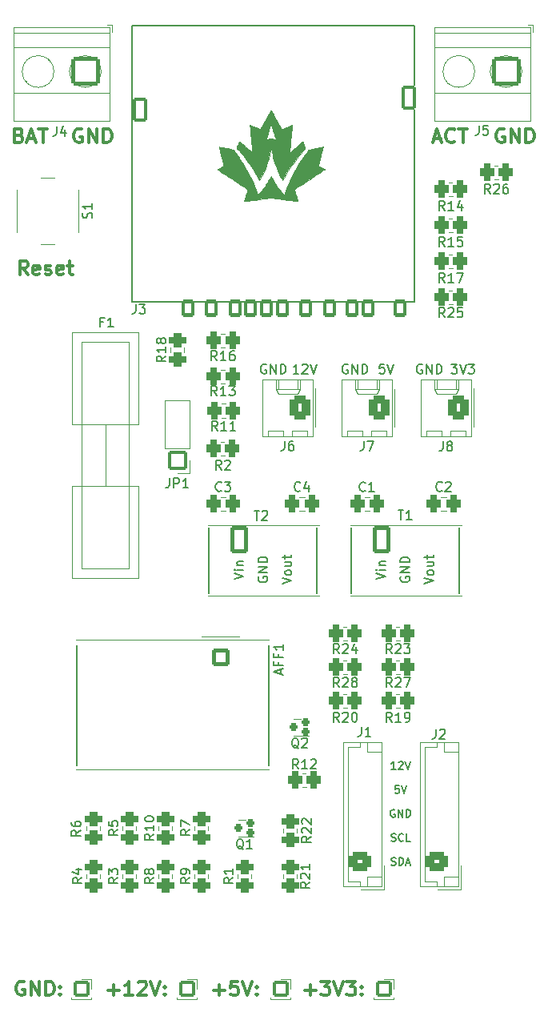
<source format=gto>
G04 #@! TF.GenerationSoftware,KiCad,Pcbnew,6.0.0*
G04 #@! TF.CreationDate,2022-01-27T20:05:15-05:00*
G04 #@! TF.ProjectId,rlcs_power,726c6373-5f70-46f7-9765-722e6b696361,rev?*
G04 #@! TF.SameCoordinates,Original*
G04 #@! TF.FileFunction,Legend,Top*
G04 #@! TF.FilePolarity,Positive*
%FSLAX46Y46*%
G04 Gerber Fmt 4.6, Leading zero omitted, Abs format (unit mm)*
G04 Created by KiCad (PCBNEW 6.0.0) date 2022-01-27 20:05:15*
%MOMM*%
%LPD*%
G01*
G04 APERTURE LIST*
G04 Aperture macros list*
%AMRoundRect*
0 Rectangle with rounded corners*
0 $1 Rounding radius*
0 $2 $3 $4 $5 $6 $7 $8 $9 X,Y pos of 4 corners*
0 Add a 4 corners polygon primitive as box body*
4,1,4,$2,$3,$4,$5,$6,$7,$8,$9,$2,$3,0*
0 Add four circle primitives for the rounded corners*
1,1,$1+$1,$2,$3*
1,1,$1+$1,$4,$5*
1,1,$1+$1,$6,$7*
1,1,$1+$1,$8,$9*
0 Add four rect primitives between the rounded corners*
20,1,$1+$1,$2,$3,$4,$5,0*
20,1,$1+$1,$4,$5,$6,$7,0*
20,1,$1+$1,$6,$7,$8,$9,0*
20,1,$1+$1,$8,$9,$2,$3,0*%
G04 Aperture macros list end*
%ADD10C,0.300000*%
%ADD11C,0.150000*%
%ADD12C,0.120000*%
%ADD13C,0.010000*%
%ADD14RoundRect,0.200000X-0.750000X0.750000X-0.750000X-0.750000X0.750000X-0.750000X0.750000X0.750000X0*%
%ADD15C,1.900000*%
%ADD16RoundRect,0.449999X-0.325001X-0.450001X0.325001X-0.450001X0.325001X0.450001X-0.325001X0.450001X0*%
%ADD17RoundRect,0.449999X0.325001X0.450001X-0.325001X0.450001X-0.325001X-0.450001X0.325001X-0.450001X0*%
%ADD18C,2.750000*%
%ADD19C,2.400000*%
%ADD20RoundRect,0.200000X0.500000X-0.750000X0.500000X0.750000X-0.500000X0.750000X-0.500000X-0.750000X0*%
%ADD21RoundRect,0.200000X0.600000X-1.100000X0.600000X1.100000X-0.600000X1.100000X-0.600000X-1.100000X0*%
%ADD22RoundRect,0.450000X0.725000X-0.600000X0.725000X0.600000X-0.725000X0.600000X-0.725000X-0.600000X0*%
%ADD23O,2.350000X2.100000*%
%ADD24RoundRect,0.200000X0.850000X0.850000X-0.850000X0.850000X-0.850000X-0.850000X0.850000X-0.850000X0*%
%ADD25O,2.100000X2.100000*%
%ADD26RoundRect,0.200000X-0.750000X-1.250000X0.750000X-1.250000X0.750000X1.250000X-0.750000X1.250000X0*%
%ADD27O,1.900000X2.900000*%
%ADD28RoundRect,0.200000X-0.675000X-0.675000X0.675000X-0.675000X0.675000X0.675000X-0.675000X0.675000X0*%
%ADD29RoundRect,0.200000X1.300000X1.300000X-1.300000X1.300000X-1.300000X-1.300000X1.300000X-1.300000X0*%
%ADD30C,3.000000*%
%ADD31RoundRect,0.449999X0.620001X0.850001X-0.620001X0.850001X-0.620001X-0.850001X0.620001X-0.850001X0*%
%ADD32O,2.140000X2.600000*%
%ADD33RoundRect,0.200000X-0.255000X-0.200000X0.255000X-0.200000X0.255000X0.200000X-0.255000X0.200000X0*%
%ADD34RoundRect,0.449999X-0.350001X-0.450001X0.350001X-0.450001X0.350001X0.450001X-0.350001X0.450001X0*%
%ADD35RoundRect,0.449999X0.350001X0.450001X-0.350001X0.450001X-0.350001X-0.450001X0.350001X-0.450001X0*%
%ADD36RoundRect,0.449999X0.450001X-0.350001X0.450001X0.350001X-0.450001X0.350001X-0.450001X-0.350001X0*%
%ADD37RoundRect,0.449999X-0.450001X0.350001X-0.450001X-0.350001X0.450001X-0.350001X0.450001X0.350001X0*%
%ADD38RoundRect,0.450000X0.350000X0.450000X-0.350000X0.450000X-0.350000X-0.450000X0.350000X-0.450000X0*%
%ADD39RoundRect,0.450000X-0.350000X-0.450000X0.350000X-0.450000X0.350000X0.450000X-0.350000X0.450000X0*%
%ADD40O,2.127200X2.127200*%
%ADD41RoundRect,0.450000X0.450000X-0.350000X0.450000X0.350000X-0.450000X0.350000X-0.450000X-0.350000X0*%
G04 APERTURE END LIST*
D10*
X101159857Y-74180000D02*
X101017000Y-74108571D01*
X100802714Y-74108571D01*
X100588428Y-74180000D01*
X100445571Y-74322857D01*
X100374142Y-74465714D01*
X100302714Y-74751428D01*
X100302714Y-74965714D01*
X100374142Y-75251428D01*
X100445571Y-75394285D01*
X100588428Y-75537142D01*
X100802714Y-75608571D01*
X100945571Y-75608571D01*
X101159857Y-75537142D01*
X101231285Y-75465714D01*
X101231285Y-74965714D01*
X100945571Y-74965714D01*
X101874142Y-75608571D02*
X101874142Y-74108571D01*
X102731285Y-75608571D01*
X102731285Y-74108571D01*
X103445571Y-75608571D02*
X103445571Y-74108571D01*
X103802714Y-74108571D01*
X104017000Y-74180000D01*
X104159857Y-74322857D01*
X104231285Y-74465714D01*
X104302714Y-74751428D01*
X104302714Y-74965714D01*
X104231285Y-75251428D01*
X104159857Y-75394285D01*
X104017000Y-75537142D01*
X103802714Y-75608571D01*
X103445571Y-75608571D01*
X115106142Y-165207142D02*
X116249000Y-165207142D01*
X115677571Y-165778571D02*
X115677571Y-164635714D01*
X117677571Y-164278571D02*
X116963285Y-164278571D01*
X116891857Y-164992857D01*
X116963285Y-164921428D01*
X117106142Y-164850000D01*
X117463285Y-164850000D01*
X117606142Y-164921428D01*
X117677571Y-164992857D01*
X117749000Y-165135714D01*
X117749000Y-165492857D01*
X117677571Y-165635714D01*
X117606142Y-165707142D01*
X117463285Y-165778571D01*
X117106142Y-165778571D01*
X116963285Y-165707142D01*
X116891857Y-165635714D01*
X118177571Y-164278571D02*
X118677571Y-165778571D01*
X119177571Y-164278571D01*
X119677571Y-165635714D02*
X119749000Y-165707142D01*
X119677571Y-165778571D01*
X119606142Y-165707142D01*
X119677571Y-165635714D01*
X119677571Y-165778571D01*
X119677571Y-164850000D02*
X119749000Y-164921428D01*
X119677571Y-164992857D01*
X119606142Y-164921428D01*
X119677571Y-164850000D01*
X119677571Y-164992857D01*
X103930142Y-165207142D02*
X105073000Y-165207142D01*
X104501571Y-165778571D02*
X104501571Y-164635714D01*
X106573000Y-165778571D02*
X105715857Y-165778571D01*
X106144428Y-165778571D02*
X106144428Y-164278571D01*
X106001571Y-164492857D01*
X105858714Y-164635714D01*
X105715857Y-164707142D01*
X107144428Y-164421428D02*
X107215857Y-164350000D01*
X107358714Y-164278571D01*
X107715857Y-164278571D01*
X107858714Y-164350000D01*
X107930142Y-164421428D01*
X108001571Y-164564285D01*
X108001571Y-164707142D01*
X107930142Y-164921428D01*
X107073000Y-165778571D01*
X108001571Y-165778571D01*
X108430142Y-164278571D02*
X108930142Y-165778571D01*
X109430142Y-164278571D01*
X109930142Y-165635714D02*
X110001571Y-165707142D01*
X109930142Y-165778571D01*
X109858714Y-165707142D01*
X109930142Y-165635714D01*
X109930142Y-165778571D01*
X109930142Y-164850000D02*
X110001571Y-164921428D01*
X109930142Y-164992857D01*
X109858714Y-164921428D01*
X109930142Y-164850000D01*
X109930142Y-164992857D01*
X124758142Y-165207142D02*
X125901000Y-165207142D01*
X125329571Y-165778571D02*
X125329571Y-164635714D01*
X126472428Y-164278571D02*
X127401000Y-164278571D01*
X126901000Y-164850000D01*
X127115285Y-164850000D01*
X127258142Y-164921428D01*
X127329571Y-164992857D01*
X127401000Y-165135714D01*
X127401000Y-165492857D01*
X127329571Y-165635714D01*
X127258142Y-165707142D01*
X127115285Y-165778571D01*
X126686714Y-165778571D01*
X126543857Y-165707142D01*
X126472428Y-165635714D01*
X127829571Y-164278571D02*
X128329571Y-165778571D01*
X128829571Y-164278571D01*
X129186714Y-164278571D02*
X130115285Y-164278571D01*
X129615285Y-164850000D01*
X129829571Y-164850000D01*
X129972428Y-164921428D01*
X130043857Y-164992857D01*
X130115285Y-165135714D01*
X130115285Y-165492857D01*
X130043857Y-165635714D01*
X129972428Y-165707142D01*
X129829571Y-165778571D01*
X129401000Y-165778571D01*
X129258142Y-165707142D01*
X129186714Y-165635714D01*
X130758142Y-165635714D02*
X130829571Y-165707142D01*
X130758142Y-165778571D01*
X130686714Y-165707142D01*
X130758142Y-165635714D01*
X130758142Y-165778571D01*
X130758142Y-164850000D02*
X130829571Y-164921428D01*
X130758142Y-164992857D01*
X130686714Y-164921428D01*
X130758142Y-164850000D01*
X130758142Y-164992857D01*
X95063857Y-164350000D02*
X94921000Y-164278571D01*
X94706714Y-164278571D01*
X94492428Y-164350000D01*
X94349571Y-164492857D01*
X94278142Y-164635714D01*
X94206714Y-164921428D01*
X94206714Y-165135714D01*
X94278142Y-165421428D01*
X94349571Y-165564285D01*
X94492428Y-165707142D01*
X94706714Y-165778571D01*
X94849571Y-165778571D01*
X95063857Y-165707142D01*
X95135285Y-165635714D01*
X95135285Y-165135714D01*
X94849571Y-165135714D01*
X95778142Y-165778571D02*
X95778142Y-164278571D01*
X96635285Y-165778571D01*
X96635285Y-164278571D01*
X97349571Y-165778571D02*
X97349571Y-164278571D01*
X97706714Y-164278571D01*
X97921000Y-164350000D01*
X98063857Y-164492857D01*
X98135285Y-164635714D01*
X98206714Y-164921428D01*
X98206714Y-165135714D01*
X98135285Y-165421428D01*
X98063857Y-165564285D01*
X97921000Y-165707142D01*
X97706714Y-165778571D01*
X97349571Y-165778571D01*
X98849571Y-165635714D02*
X98921000Y-165707142D01*
X98849571Y-165778571D01*
X98778142Y-165707142D01*
X98849571Y-165635714D01*
X98849571Y-165778571D01*
X98849571Y-164850000D02*
X98921000Y-164921428D01*
X98849571Y-164992857D01*
X98778142Y-164921428D01*
X98849571Y-164850000D01*
X98849571Y-164992857D01*
X138402714Y-75180000D02*
X139117000Y-75180000D01*
X138259857Y-75608571D02*
X138759857Y-74108571D01*
X139259857Y-75608571D01*
X140617000Y-75465714D02*
X140545571Y-75537142D01*
X140331285Y-75608571D01*
X140188428Y-75608571D01*
X139974142Y-75537142D01*
X139831285Y-75394285D01*
X139759857Y-75251428D01*
X139688428Y-74965714D01*
X139688428Y-74751428D01*
X139759857Y-74465714D01*
X139831285Y-74322857D01*
X139974142Y-74180000D01*
X140188428Y-74108571D01*
X140331285Y-74108571D01*
X140545571Y-74180000D01*
X140617000Y-74251428D01*
X141045571Y-74108571D02*
X141902714Y-74108571D01*
X141474142Y-75608571D02*
X141474142Y-74108571D01*
X145863857Y-74180000D02*
X145721000Y-74108571D01*
X145506714Y-74108571D01*
X145292428Y-74180000D01*
X145149571Y-74322857D01*
X145078142Y-74465714D01*
X145006714Y-74751428D01*
X145006714Y-74965714D01*
X145078142Y-75251428D01*
X145149571Y-75394285D01*
X145292428Y-75537142D01*
X145506714Y-75608571D01*
X145649571Y-75608571D01*
X145863857Y-75537142D01*
X145935285Y-75465714D01*
X145935285Y-74965714D01*
X145649571Y-74965714D01*
X146578142Y-75608571D02*
X146578142Y-74108571D01*
X147435285Y-75608571D01*
X147435285Y-74108571D01*
X148149571Y-75608571D02*
X148149571Y-74108571D01*
X148506714Y-74108571D01*
X148721000Y-74180000D01*
X148863857Y-74322857D01*
X148935285Y-74465714D01*
X149006714Y-74751428D01*
X149006714Y-74965714D01*
X148935285Y-75251428D01*
X148863857Y-75394285D01*
X148721000Y-75537142D01*
X148506714Y-75608571D01*
X148149571Y-75608571D01*
X94524142Y-74822857D02*
X94738428Y-74894285D01*
X94809857Y-74965714D01*
X94881285Y-75108571D01*
X94881285Y-75322857D01*
X94809857Y-75465714D01*
X94738428Y-75537142D01*
X94595571Y-75608571D01*
X94024142Y-75608571D01*
X94024142Y-74108571D01*
X94524142Y-74108571D01*
X94667000Y-74180000D01*
X94738428Y-74251428D01*
X94809857Y-74394285D01*
X94809857Y-74537142D01*
X94738428Y-74680000D01*
X94667000Y-74751428D01*
X94524142Y-74822857D01*
X94024142Y-74822857D01*
X95452714Y-75180000D02*
X96167000Y-75180000D01*
X95309857Y-75608571D02*
X95809857Y-74108571D01*
X96309857Y-75608571D01*
X96595571Y-74108571D02*
X97452714Y-74108571D01*
X97024142Y-75608571D02*
X97024142Y-74108571D01*
X95424857Y-89578571D02*
X94924857Y-88864285D01*
X94567714Y-89578571D02*
X94567714Y-88078571D01*
X95139142Y-88078571D01*
X95282000Y-88150000D01*
X95353428Y-88221428D01*
X95424857Y-88364285D01*
X95424857Y-88578571D01*
X95353428Y-88721428D01*
X95282000Y-88792857D01*
X95139142Y-88864285D01*
X94567714Y-88864285D01*
X96639142Y-89507142D02*
X96496285Y-89578571D01*
X96210571Y-89578571D01*
X96067714Y-89507142D01*
X95996285Y-89364285D01*
X95996285Y-88792857D01*
X96067714Y-88650000D01*
X96210571Y-88578571D01*
X96496285Y-88578571D01*
X96639142Y-88650000D01*
X96710571Y-88792857D01*
X96710571Y-88935714D01*
X95996285Y-89078571D01*
X97282000Y-89507142D02*
X97424857Y-89578571D01*
X97710571Y-89578571D01*
X97853428Y-89507142D01*
X97924857Y-89364285D01*
X97924857Y-89292857D01*
X97853428Y-89150000D01*
X97710571Y-89078571D01*
X97496285Y-89078571D01*
X97353428Y-89007142D01*
X97282000Y-88864285D01*
X97282000Y-88792857D01*
X97353428Y-88650000D01*
X97496285Y-88578571D01*
X97710571Y-88578571D01*
X97853428Y-88650000D01*
X99139142Y-89507142D02*
X98996285Y-89578571D01*
X98710571Y-89578571D01*
X98567714Y-89507142D01*
X98496285Y-89364285D01*
X98496285Y-88792857D01*
X98567714Y-88650000D01*
X98710571Y-88578571D01*
X98996285Y-88578571D01*
X99139142Y-88650000D01*
X99210571Y-88792857D01*
X99210571Y-88935714D01*
X98496285Y-89078571D01*
X99639142Y-88578571D02*
X100210571Y-88578571D01*
X99853428Y-88078571D02*
X99853428Y-89364285D01*
X99924857Y-89507142D01*
X100067714Y-89578571D01*
X100210571Y-89578571D01*
D11*
X122190666Y-131807928D02*
X122190666Y-131331738D01*
X122476380Y-131903166D02*
X121476380Y-131569833D01*
X122476380Y-131236500D01*
X121952571Y-130569833D02*
X121952571Y-130903166D01*
X122476380Y-130903166D02*
X121476380Y-130903166D01*
X121476380Y-130426976D01*
X121952571Y-129712690D02*
X121952571Y-130046023D01*
X122476380Y-130046023D02*
X121476380Y-130046023D01*
X121476380Y-129569833D01*
X122476380Y-128665071D02*
X122476380Y-129236500D01*
X122476380Y-128950785D02*
X121476380Y-128950785D01*
X121619238Y-129046023D01*
X121714476Y-129141261D01*
X121762095Y-129236500D01*
X131151333Y-112380142D02*
X131103714Y-112427761D01*
X130960857Y-112475380D01*
X130865619Y-112475380D01*
X130722761Y-112427761D01*
X130627523Y-112332523D01*
X130579904Y-112237285D01*
X130532285Y-112046809D01*
X130532285Y-111903952D01*
X130579904Y-111713476D01*
X130627523Y-111618238D01*
X130722761Y-111523000D01*
X130865619Y-111475380D01*
X130960857Y-111475380D01*
X131103714Y-111523000D01*
X131151333Y-111570619D01*
X132103714Y-112475380D02*
X131532285Y-112475380D01*
X131818000Y-112475380D02*
X131818000Y-111475380D01*
X131722761Y-111618238D01*
X131627523Y-111713476D01*
X131532285Y-111761095D01*
X139270333Y-112371142D02*
X139222714Y-112418761D01*
X139079857Y-112466380D01*
X138984619Y-112466380D01*
X138841761Y-112418761D01*
X138746523Y-112323523D01*
X138698904Y-112228285D01*
X138651285Y-112037809D01*
X138651285Y-111894952D01*
X138698904Y-111704476D01*
X138746523Y-111609238D01*
X138841761Y-111514000D01*
X138984619Y-111466380D01*
X139079857Y-111466380D01*
X139222714Y-111514000D01*
X139270333Y-111561619D01*
X139651285Y-111561619D02*
X139698904Y-111514000D01*
X139794142Y-111466380D01*
X140032238Y-111466380D01*
X140127476Y-111514000D01*
X140175095Y-111561619D01*
X140222714Y-111656857D01*
X140222714Y-111752095D01*
X140175095Y-111894952D01*
X139603666Y-112466380D01*
X140222714Y-112466380D01*
X115920333Y-112371142D02*
X115872714Y-112418761D01*
X115729857Y-112466380D01*
X115634619Y-112466380D01*
X115491761Y-112418761D01*
X115396523Y-112323523D01*
X115348904Y-112228285D01*
X115301285Y-112037809D01*
X115301285Y-111894952D01*
X115348904Y-111704476D01*
X115396523Y-111609238D01*
X115491761Y-111514000D01*
X115634619Y-111466380D01*
X115729857Y-111466380D01*
X115872714Y-111514000D01*
X115920333Y-111561619D01*
X116253666Y-111466380D02*
X116872714Y-111466380D01*
X116539380Y-111847333D01*
X116682238Y-111847333D01*
X116777476Y-111894952D01*
X116825095Y-111942571D01*
X116872714Y-112037809D01*
X116872714Y-112275904D01*
X116825095Y-112371142D01*
X116777476Y-112418761D01*
X116682238Y-112466380D01*
X116396523Y-112466380D01*
X116301285Y-112418761D01*
X116253666Y-112371142D01*
X103425666Y-94560071D02*
X103092333Y-94560071D01*
X103092333Y-95083880D02*
X103092333Y-94083880D01*
X103568523Y-94083880D01*
X104473285Y-95083880D02*
X103901857Y-95083880D01*
X104187571Y-95083880D02*
X104187571Y-94083880D01*
X104092333Y-94226738D01*
X103997095Y-94321976D01*
X103901857Y-94369595D01*
X106854666Y-92670380D02*
X106854666Y-93384666D01*
X106807047Y-93527523D01*
X106711809Y-93622761D01*
X106568952Y-93670380D01*
X106473714Y-93670380D01*
X107235619Y-92670380D02*
X107854666Y-92670380D01*
X107521333Y-93051333D01*
X107664190Y-93051333D01*
X107759428Y-93098952D01*
X107807047Y-93146571D01*
X107854666Y-93241809D01*
X107854666Y-93479904D01*
X107807047Y-93575142D01*
X107759428Y-93622761D01*
X107664190Y-93670380D01*
X107378476Y-93670380D01*
X107283238Y-93622761D01*
X107235619Y-93575142D01*
X130730666Y-137374380D02*
X130730666Y-138088666D01*
X130683047Y-138231523D01*
X130587809Y-138326761D01*
X130444952Y-138374380D01*
X130349714Y-138374380D01*
X131730666Y-138374380D02*
X131159238Y-138374380D01*
X131444952Y-138374380D02*
X131444952Y-137374380D01*
X131349714Y-137517238D01*
X131254476Y-137612476D01*
X131159238Y-137660095D01*
X134378761Y-141839904D02*
X133921619Y-141839904D01*
X134150190Y-141839904D02*
X134150190Y-141039904D01*
X134074000Y-141154190D01*
X133997809Y-141230380D01*
X133921619Y-141268476D01*
X134683523Y-141116095D02*
X134721619Y-141078000D01*
X134797809Y-141039904D01*
X134988285Y-141039904D01*
X135064476Y-141078000D01*
X135102571Y-141116095D01*
X135140666Y-141192285D01*
X135140666Y-141268476D01*
X135102571Y-141382761D01*
X134645428Y-141839904D01*
X135140666Y-141839904D01*
X135369238Y-141039904D02*
X135635904Y-141839904D01*
X135902571Y-141039904D01*
X134264476Y-146158000D02*
X134188285Y-146119904D01*
X134074000Y-146119904D01*
X133959714Y-146158000D01*
X133883523Y-146234190D01*
X133845428Y-146310380D01*
X133807333Y-146462761D01*
X133807333Y-146577047D01*
X133845428Y-146729428D01*
X133883523Y-146805619D01*
X133959714Y-146881809D01*
X134074000Y-146919904D01*
X134150190Y-146919904D01*
X134264476Y-146881809D01*
X134302571Y-146843714D01*
X134302571Y-146577047D01*
X134150190Y-146577047D01*
X134645428Y-146919904D02*
X134645428Y-146119904D01*
X135102571Y-146919904D01*
X135102571Y-146119904D01*
X135483523Y-146919904D02*
X135483523Y-146119904D01*
X135674000Y-146119904D01*
X135788285Y-146158000D01*
X135864476Y-146234190D01*
X135902571Y-146310380D01*
X135940666Y-146462761D01*
X135940666Y-146577047D01*
X135902571Y-146729428D01*
X135864476Y-146805619D01*
X135788285Y-146881809D01*
X135674000Y-146919904D01*
X135483523Y-146919904D01*
X134721619Y-143579904D02*
X134340666Y-143579904D01*
X134302571Y-143960857D01*
X134340666Y-143922761D01*
X134416857Y-143884666D01*
X134607333Y-143884666D01*
X134683523Y-143922761D01*
X134721619Y-143960857D01*
X134759714Y-144037047D01*
X134759714Y-144227523D01*
X134721619Y-144303714D01*
X134683523Y-144341809D01*
X134607333Y-144379904D01*
X134416857Y-144379904D01*
X134340666Y-144341809D01*
X134302571Y-144303714D01*
X134988285Y-143579904D02*
X135254952Y-144379904D01*
X135521619Y-143579904D01*
X133902571Y-151961809D02*
X134016857Y-151999904D01*
X134207333Y-151999904D01*
X134283523Y-151961809D01*
X134321619Y-151923714D01*
X134359714Y-151847523D01*
X134359714Y-151771333D01*
X134321619Y-151695142D01*
X134283523Y-151657047D01*
X134207333Y-151618952D01*
X134054952Y-151580857D01*
X133978761Y-151542761D01*
X133940666Y-151504666D01*
X133902571Y-151428476D01*
X133902571Y-151352285D01*
X133940666Y-151276095D01*
X133978761Y-151238000D01*
X134054952Y-151199904D01*
X134245428Y-151199904D01*
X134359714Y-151238000D01*
X134702571Y-151999904D02*
X134702571Y-151199904D01*
X134893047Y-151199904D01*
X135007333Y-151238000D01*
X135083523Y-151314190D01*
X135121619Y-151390380D01*
X135159714Y-151542761D01*
X135159714Y-151657047D01*
X135121619Y-151809428D01*
X135083523Y-151885619D01*
X135007333Y-151961809D01*
X134893047Y-151999904D01*
X134702571Y-151999904D01*
X135464476Y-151771333D02*
X135845428Y-151771333D01*
X135388285Y-151999904D02*
X135654952Y-151199904D01*
X135921619Y-151999904D01*
X133921619Y-149421809D02*
X134035904Y-149459904D01*
X134226380Y-149459904D01*
X134302571Y-149421809D01*
X134340666Y-149383714D01*
X134378761Y-149307523D01*
X134378761Y-149231333D01*
X134340666Y-149155142D01*
X134302571Y-149117047D01*
X134226380Y-149078952D01*
X134074000Y-149040857D01*
X133997809Y-149002761D01*
X133959714Y-148964666D01*
X133921619Y-148888476D01*
X133921619Y-148812285D01*
X133959714Y-148736095D01*
X133997809Y-148698000D01*
X134074000Y-148659904D01*
X134264476Y-148659904D01*
X134378761Y-148698000D01*
X135178761Y-149383714D02*
X135140666Y-149421809D01*
X135026380Y-149459904D01*
X134950190Y-149459904D01*
X134835904Y-149421809D01*
X134759714Y-149345619D01*
X134721619Y-149269428D01*
X134683523Y-149117047D01*
X134683523Y-149002761D01*
X134721619Y-148850380D01*
X134759714Y-148774190D01*
X134835904Y-148698000D01*
X134950190Y-148659904D01*
X135026380Y-148659904D01*
X135140666Y-148698000D01*
X135178761Y-148736095D01*
X135902571Y-149459904D02*
X135521619Y-149459904D01*
X135521619Y-148659904D01*
X110418666Y-111085380D02*
X110418666Y-111799666D01*
X110371047Y-111942523D01*
X110275809Y-112037761D01*
X110132952Y-112085380D01*
X110037714Y-112085380D01*
X110894857Y-112085380D02*
X110894857Y-111085380D01*
X111275809Y-111085380D01*
X111371047Y-111133000D01*
X111418666Y-111180619D01*
X111466285Y-111275857D01*
X111466285Y-111418714D01*
X111418666Y-111513952D01*
X111371047Y-111561571D01*
X111275809Y-111609190D01*
X110894857Y-111609190D01*
X112418666Y-112085380D02*
X111847238Y-112085380D01*
X112132952Y-112085380D02*
X112132952Y-111085380D01*
X112037714Y-111228238D01*
X111942476Y-111323476D01*
X111847238Y-111371095D01*
X134633595Y-114478380D02*
X135205023Y-114478380D01*
X134919309Y-115478380D02*
X134919309Y-114478380D01*
X136062166Y-115478380D02*
X135490738Y-115478380D01*
X135776452Y-115478380D02*
X135776452Y-114478380D01*
X135681214Y-114621238D01*
X135585976Y-114716476D01*
X135490738Y-114764095D01*
X134895500Y-121502904D02*
X134847880Y-121598142D01*
X134847880Y-121741000D01*
X134895500Y-121883857D01*
X134990738Y-121979095D01*
X135085976Y-122026714D01*
X135276452Y-122074333D01*
X135419309Y-122074333D01*
X135609785Y-122026714D01*
X135705023Y-121979095D01*
X135800261Y-121883857D01*
X135847880Y-121741000D01*
X135847880Y-121645761D01*
X135800261Y-121502904D01*
X135752642Y-121455285D01*
X135419309Y-121455285D01*
X135419309Y-121645761D01*
X135847880Y-121026714D02*
X134847880Y-121026714D01*
X135847880Y-120455285D01*
X134847880Y-120455285D01*
X135847880Y-119979095D02*
X134847880Y-119979095D01*
X134847880Y-119741000D01*
X134895500Y-119598142D01*
X134990738Y-119502904D01*
X135085976Y-119455285D01*
X135276452Y-119407666D01*
X135419309Y-119407666D01*
X135609785Y-119455285D01*
X135705023Y-119502904D01*
X135800261Y-119598142D01*
X135847880Y-119741000D01*
X135847880Y-119979095D01*
X132307880Y-121764809D02*
X133307880Y-121431476D01*
X132307880Y-121098142D01*
X133307880Y-120764809D02*
X132641214Y-120764809D01*
X132307880Y-120764809D02*
X132355500Y-120812428D01*
X132403119Y-120764809D01*
X132355500Y-120717190D01*
X132307880Y-120764809D01*
X132403119Y-120764809D01*
X132641214Y-120288619D02*
X133307880Y-120288619D01*
X132736452Y-120288619D02*
X132688833Y-120241000D01*
X132641214Y-120145761D01*
X132641214Y-120002904D01*
X132688833Y-119907666D01*
X132784071Y-119860047D01*
X133307880Y-119860047D01*
X137387880Y-122264809D02*
X138387880Y-121931476D01*
X137387880Y-121598142D01*
X138387880Y-121121952D02*
X138340261Y-121217190D01*
X138292642Y-121264809D01*
X138197404Y-121312428D01*
X137911690Y-121312428D01*
X137816452Y-121264809D01*
X137768833Y-121217190D01*
X137721214Y-121121952D01*
X137721214Y-120979095D01*
X137768833Y-120883857D01*
X137816452Y-120836238D01*
X137911690Y-120788619D01*
X138197404Y-120788619D01*
X138292642Y-120836238D01*
X138340261Y-120883857D01*
X138387880Y-120979095D01*
X138387880Y-121121952D01*
X137721214Y-119931476D02*
X138387880Y-119931476D01*
X137721214Y-120360047D02*
X138245023Y-120360047D01*
X138340261Y-120312428D01*
X138387880Y-120217190D01*
X138387880Y-120074333D01*
X138340261Y-119979095D01*
X138292642Y-119931476D01*
X137721214Y-119598142D02*
X137721214Y-119217190D01*
X137387880Y-119455285D02*
X138245023Y-119455285D01*
X138340261Y-119407666D01*
X138387880Y-119312428D01*
X138387880Y-119217190D01*
X119380095Y-114514380D02*
X119951523Y-114514380D01*
X119665809Y-115514380D02*
X119665809Y-114514380D01*
X120237238Y-114609619D02*
X120284857Y-114562000D01*
X120380095Y-114514380D01*
X120618190Y-114514380D01*
X120713428Y-114562000D01*
X120761047Y-114609619D01*
X120808666Y-114704857D01*
X120808666Y-114800095D01*
X120761047Y-114942952D01*
X120189619Y-115514380D01*
X120808666Y-115514380D01*
X117258380Y-121764809D02*
X118258380Y-121431476D01*
X117258380Y-121098142D01*
X118258380Y-120764809D02*
X117591714Y-120764809D01*
X117258380Y-120764809D02*
X117306000Y-120812428D01*
X117353619Y-120764809D01*
X117306000Y-120717190D01*
X117258380Y-120764809D01*
X117353619Y-120764809D01*
X117591714Y-120288619D02*
X118258380Y-120288619D01*
X117686952Y-120288619D02*
X117639333Y-120241000D01*
X117591714Y-120145761D01*
X117591714Y-120002904D01*
X117639333Y-119907666D01*
X117734571Y-119860047D01*
X118258380Y-119860047D01*
X119846000Y-121502904D02*
X119798380Y-121598142D01*
X119798380Y-121741000D01*
X119846000Y-121883857D01*
X119941238Y-121979095D01*
X120036476Y-122026714D01*
X120226952Y-122074333D01*
X120369809Y-122074333D01*
X120560285Y-122026714D01*
X120655523Y-121979095D01*
X120750761Y-121883857D01*
X120798380Y-121741000D01*
X120798380Y-121645761D01*
X120750761Y-121502904D01*
X120703142Y-121455285D01*
X120369809Y-121455285D01*
X120369809Y-121645761D01*
X120798380Y-121026714D02*
X119798380Y-121026714D01*
X120798380Y-120455285D01*
X119798380Y-120455285D01*
X120798380Y-119979095D02*
X119798380Y-119979095D01*
X119798380Y-119741000D01*
X119846000Y-119598142D01*
X119941238Y-119502904D01*
X120036476Y-119455285D01*
X120226952Y-119407666D01*
X120369809Y-119407666D01*
X120560285Y-119455285D01*
X120655523Y-119502904D01*
X120750761Y-119598142D01*
X120798380Y-119741000D01*
X120798380Y-119979095D01*
X122338380Y-122264809D02*
X123338380Y-121931476D01*
X122338380Y-121598142D01*
X123338380Y-121121952D02*
X123290761Y-121217190D01*
X123243142Y-121264809D01*
X123147904Y-121312428D01*
X122862190Y-121312428D01*
X122766952Y-121264809D01*
X122719333Y-121217190D01*
X122671714Y-121121952D01*
X122671714Y-120979095D01*
X122719333Y-120883857D01*
X122766952Y-120836238D01*
X122862190Y-120788619D01*
X123147904Y-120788619D01*
X123243142Y-120836238D01*
X123290761Y-120883857D01*
X123338380Y-120979095D01*
X123338380Y-121121952D01*
X122671714Y-119931476D02*
X123338380Y-119931476D01*
X122671714Y-120360047D02*
X123195523Y-120360047D01*
X123290761Y-120312428D01*
X123338380Y-120217190D01*
X123338380Y-120074333D01*
X123290761Y-119979095D01*
X123243142Y-119931476D01*
X122671714Y-119598142D02*
X122671714Y-119217190D01*
X122338380Y-119455285D02*
X123195523Y-119455285D01*
X123290761Y-119407666D01*
X123338380Y-119312428D01*
X123338380Y-119217190D01*
X138604666Y-137628380D02*
X138604666Y-138342666D01*
X138557047Y-138485523D01*
X138461809Y-138580761D01*
X138318952Y-138628380D01*
X138223714Y-138628380D01*
X139033238Y-137723619D02*
X139080857Y-137676000D01*
X139176095Y-137628380D01*
X139414190Y-137628380D01*
X139509428Y-137676000D01*
X139557047Y-137723619D01*
X139604666Y-137818857D01*
X139604666Y-137914095D01*
X139557047Y-138056952D01*
X138985619Y-138628380D01*
X139604666Y-138628380D01*
X98472666Y-73874380D02*
X98472666Y-74588666D01*
X98425047Y-74731523D01*
X98329809Y-74826761D01*
X98186952Y-74874380D01*
X98091714Y-74874380D01*
X99377428Y-74207714D02*
X99377428Y-74874380D01*
X99139333Y-73826761D02*
X98901238Y-74541047D01*
X99520285Y-74541047D01*
X122602666Y-107148380D02*
X122602666Y-107862666D01*
X122555047Y-108005523D01*
X122459809Y-108100761D01*
X122316952Y-108148380D01*
X122221714Y-108148380D01*
X123507428Y-107148380D02*
X123316952Y-107148380D01*
X123221714Y-107196000D01*
X123174095Y-107243619D01*
X123078857Y-107386476D01*
X123031238Y-107576952D01*
X123031238Y-107957904D01*
X123078857Y-108053142D01*
X123126476Y-108100761D01*
X123221714Y-108148380D01*
X123412190Y-108148380D01*
X123507428Y-108100761D01*
X123555047Y-108053142D01*
X123602666Y-107957904D01*
X123602666Y-107719809D01*
X123555047Y-107624571D01*
X123507428Y-107576952D01*
X123412190Y-107529333D01*
X123221714Y-107529333D01*
X123126476Y-107576952D01*
X123078857Y-107624571D01*
X123031238Y-107719809D01*
X124094952Y-100020380D02*
X123523523Y-100020380D01*
X123809238Y-100020380D02*
X123809238Y-99020380D01*
X123714000Y-99163238D01*
X123618761Y-99258476D01*
X123523523Y-99306095D01*
X124475904Y-99115619D02*
X124523523Y-99068000D01*
X124618761Y-99020380D01*
X124856857Y-99020380D01*
X124952095Y-99068000D01*
X124999714Y-99115619D01*
X125047333Y-99210857D01*
X125047333Y-99306095D01*
X124999714Y-99448952D01*
X124428285Y-100020380D01*
X125047333Y-100020380D01*
X125333047Y-99020380D02*
X125666380Y-100020380D01*
X125999714Y-99020380D01*
X120650095Y-99068000D02*
X120554857Y-99020380D01*
X120412000Y-99020380D01*
X120269142Y-99068000D01*
X120173904Y-99163238D01*
X120126285Y-99258476D01*
X120078666Y-99448952D01*
X120078666Y-99591809D01*
X120126285Y-99782285D01*
X120173904Y-99877523D01*
X120269142Y-99972761D01*
X120412000Y-100020380D01*
X120507238Y-100020380D01*
X120650095Y-99972761D01*
X120697714Y-99925142D01*
X120697714Y-99591809D01*
X120507238Y-99591809D01*
X121126285Y-100020380D02*
X121126285Y-99020380D01*
X121697714Y-100020380D01*
X121697714Y-99020380D01*
X122173904Y-100020380D02*
X122173904Y-99020380D01*
X122412000Y-99020380D01*
X122554857Y-99068000D01*
X122650095Y-99163238D01*
X122697714Y-99258476D01*
X122745333Y-99448952D01*
X122745333Y-99591809D01*
X122697714Y-99782285D01*
X122650095Y-99877523D01*
X122554857Y-99972761D01*
X122412000Y-100020380D01*
X122173904Y-100020380D01*
X130984666Y-107148380D02*
X130984666Y-107862666D01*
X130937047Y-108005523D01*
X130841809Y-108100761D01*
X130698952Y-108148380D01*
X130603714Y-108148380D01*
X131365619Y-107148380D02*
X132032285Y-107148380D01*
X131603714Y-108148380D01*
X133159523Y-99020380D02*
X132683333Y-99020380D01*
X132635714Y-99496571D01*
X132683333Y-99448952D01*
X132778571Y-99401333D01*
X133016666Y-99401333D01*
X133111904Y-99448952D01*
X133159523Y-99496571D01*
X133207142Y-99591809D01*
X133207142Y-99829904D01*
X133159523Y-99925142D01*
X133111904Y-99972761D01*
X133016666Y-100020380D01*
X132778571Y-100020380D01*
X132683333Y-99972761D01*
X132635714Y-99925142D01*
X133492857Y-99020380D02*
X133826190Y-100020380D01*
X134159523Y-99020380D01*
X129286095Y-99068000D02*
X129190857Y-99020380D01*
X129048000Y-99020380D01*
X128905142Y-99068000D01*
X128809904Y-99163238D01*
X128762285Y-99258476D01*
X128714666Y-99448952D01*
X128714666Y-99591809D01*
X128762285Y-99782285D01*
X128809904Y-99877523D01*
X128905142Y-99972761D01*
X129048000Y-100020380D01*
X129143238Y-100020380D01*
X129286095Y-99972761D01*
X129333714Y-99925142D01*
X129333714Y-99591809D01*
X129143238Y-99591809D01*
X129762285Y-100020380D02*
X129762285Y-99020380D01*
X130333714Y-100020380D01*
X130333714Y-99020380D01*
X130809904Y-100020380D02*
X130809904Y-99020380D01*
X131048000Y-99020380D01*
X131190857Y-99068000D01*
X131286095Y-99163238D01*
X131333714Y-99258476D01*
X131381333Y-99448952D01*
X131381333Y-99591809D01*
X131333714Y-99782285D01*
X131286095Y-99877523D01*
X131190857Y-99972761D01*
X131048000Y-100020380D01*
X130809904Y-100020380D01*
X139366666Y-107184380D02*
X139366666Y-107898666D01*
X139319047Y-108041523D01*
X139223809Y-108136761D01*
X139080952Y-108184380D01*
X138985714Y-108184380D01*
X139985714Y-107612952D02*
X139890476Y-107565333D01*
X139842857Y-107517714D01*
X139795238Y-107422476D01*
X139795238Y-107374857D01*
X139842857Y-107279619D01*
X139890476Y-107232000D01*
X139985714Y-107184380D01*
X140176190Y-107184380D01*
X140271428Y-107232000D01*
X140319047Y-107279619D01*
X140366666Y-107374857D01*
X140366666Y-107422476D01*
X140319047Y-107517714D01*
X140271428Y-107565333D01*
X140176190Y-107612952D01*
X139985714Y-107612952D01*
X139890476Y-107660571D01*
X139842857Y-107708190D01*
X139795238Y-107803428D01*
X139795238Y-107993904D01*
X139842857Y-108089142D01*
X139890476Y-108136761D01*
X139985714Y-108184380D01*
X140176190Y-108184380D01*
X140271428Y-108136761D01*
X140319047Y-108089142D01*
X140366666Y-107993904D01*
X140366666Y-107803428D01*
X140319047Y-107708190D01*
X140271428Y-107660571D01*
X140176190Y-107612952D01*
X137160095Y-99068000D02*
X137064857Y-99020380D01*
X136922000Y-99020380D01*
X136779142Y-99068000D01*
X136683904Y-99163238D01*
X136636285Y-99258476D01*
X136588666Y-99448952D01*
X136588666Y-99591809D01*
X136636285Y-99782285D01*
X136683904Y-99877523D01*
X136779142Y-99972761D01*
X136922000Y-100020380D01*
X137017238Y-100020380D01*
X137160095Y-99972761D01*
X137207714Y-99925142D01*
X137207714Y-99591809D01*
X137017238Y-99591809D01*
X137636285Y-100020380D02*
X137636285Y-99020380D01*
X138207714Y-100020380D01*
X138207714Y-99020380D01*
X138683904Y-100020380D02*
X138683904Y-99020380D01*
X138922000Y-99020380D01*
X139064857Y-99068000D01*
X139160095Y-99163238D01*
X139207714Y-99258476D01*
X139255333Y-99448952D01*
X139255333Y-99591809D01*
X139207714Y-99782285D01*
X139160095Y-99877523D01*
X139064857Y-99972761D01*
X138922000Y-100020380D01*
X138683904Y-100020380D01*
X140239904Y-99020380D02*
X140858952Y-99020380D01*
X140525619Y-99401333D01*
X140668476Y-99401333D01*
X140763714Y-99448952D01*
X140811333Y-99496571D01*
X140858952Y-99591809D01*
X140858952Y-99829904D01*
X140811333Y-99925142D01*
X140763714Y-99972761D01*
X140668476Y-100020380D01*
X140382761Y-100020380D01*
X140287523Y-99972761D01*
X140239904Y-99925142D01*
X141144666Y-99020380D02*
X141478000Y-100020380D01*
X141811333Y-99020380D01*
X142049428Y-99020380D02*
X142668476Y-99020380D01*
X142335142Y-99401333D01*
X142478000Y-99401333D01*
X142573238Y-99448952D01*
X142620857Y-99496571D01*
X142668476Y-99591809D01*
X142668476Y-99829904D01*
X142620857Y-99925142D01*
X142573238Y-99972761D01*
X142478000Y-100020380D01*
X142192285Y-100020380D01*
X142097047Y-99972761D01*
X142049428Y-99925142D01*
X118268761Y-150329619D02*
X118173523Y-150282000D01*
X118078285Y-150186761D01*
X117935428Y-150043904D01*
X117840190Y-149996285D01*
X117744952Y-149996285D01*
X117792571Y-150234380D02*
X117697333Y-150186761D01*
X117602095Y-150091523D01*
X117554476Y-149901047D01*
X117554476Y-149567714D01*
X117602095Y-149377238D01*
X117697333Y-149282000D01*
X117792571Y-149234380D01*
X117983047Y-149234380D01*
X118078285Y-149282000D01*
X118173523Y-149377238D01*
X118221142Y-149567714D01*
X118221142Y-149901047D01*
X118173523Y-150091523D01*
X118078285Y-150186761D01*
X117983047Y-150234380D01*
X117792571Y-150234380D01*
X119173523Y-150234380D02*
X118602095Y-150234380D01*
X118887809Y-150234380D02*
X118887809Y-149234380D01*
X118792571Y-149377238D01*
X118697333Y-149472476D01*
X118602095Y-149520095D01*
X124110761Y-139661619D02*
X124015523Y-139614000D01*
X123920285Y-139518761D01*
X123777428Y-139375904D01*
X123682190Y-139328285D01*
X123586952Y-139328285D01*
X123634571Y-139566380D02*
X123539333Y-139518761D01*
X123444095Y-139423523D01*
X123396476Y-139233047D01*
X123396476Y-138899714D01*
X123444095Y-138709238D01*
X123539333Y-138614000D01*
X123634571Y-138566380D01*
X123825047Y-138566380D01*
X123920285Y-138614000D01*
X124015523Y-138709238D01*
X124063142Y-138899714D01*
X124063142Y-139233047D01*
X124015523Y-139423523D01*
X123920285Y-139518761D01*
X123825047Y-139566380D01*
X123634571Y-139566380D01*
X124444095Y-138661619D02*
X124491714Y-138614000D01*
X124586952Y-138566380D01*
X124825047Y-138566380D01*
X124920285Y-138614000D01*
X124967904Y-138661619D01*
X125015523Y-138756857D01*
X125015523Y-138852095D01*
X124967904Y-138994952D01*
X124396476Y-139566380D01*
X125015523Y-139566380D01*
X124275333Y-112371142D02*
X124227714Y-112418761D01*
X124084857Y-112466380D01*
X123989619Y-112466380D01*
X123846761Y-112418761D01*
X123751523Y-112323523D01*
X123703904Y-112228285D01*
X123656285Y-112037809D01*
X123656285Y-111894952D01*
X123703904Y-111704476D01*
X123751523Y-111609238D01*
X123846761Y-111514000D01*
X123989619Y-111466380D01*
X124084857Y-111466380D01*
X124227714Y-111514000D01*
X124275333Y-111561619D01*
X125132476Y-111799714D02*
X125132476Y-112466380D01*
X124894380Y-111418761D02*
X124656285Y-112133047D01*
X125275333Y-112133047D01*
X115920333Y-110180380D02*
X115587000Y-109704190D01*
X115348904Y-110180380D02*
X115348904Y-109180380D01*
X115729857Y-109180380D01*
X115825095Y-109228000D01*
X115872714Y-109275619D01*
X115920333Y-109370857D01*
X115920333Y-109513714D01*
X115872714Y-109608952D01*
X115825095Y-109656571D01*
X115729857Y-109704190D01*
X115348904Y-109704190D01*
X116301285Y-109275619D02*
X116348904Y-109228000D01*
X116444142Y-109180380D01*
X116682238Y-109180380D01*
X116777476Y-109228000D01*
X116825095Y-109275619D01*
X116872714Y-109370857D01*
X116872714Y-109466095D01*
X116825095Y-109608952D01*
X116253666Y-110180380D01*
X116872714Y-110180380D01*
X115507642Y-106051880D02*
X115174309Y-105575690D01*
X114936214Y-106051880D02*
X114936214Y-105051880D01*
X115317166Y-105051880D01*
X115412404Y-105099500D01*
X115460023Y-105147119D01*
X115507642Y-105242357D01*
X115507642Y-105385214D01*
X115460023Y-105480452D01*
X115412404Y-105528071D01*
X115317166Y-105575690D01*
X114936214Y-105575690D01*
X116460023Y-106051880D02*
X115888595Y-106051880D01*
X116174309Y-106051880D02*
X116174309Y-105051880D01*
X116079071Y-105194738D01*
X115983833Y-105289976D01*
X115888595Y-105337595D01*
X117412404Y-106051880D02*
X116840976Y-106051880D01*
X117126690Y-106051880D02*
X117126690Y-105051880D01*
X117031452Y-105194738D01*
X116936214Y-105289976D01*
X116840976Y-105337595D01*
X115451142Y-102331780D02*
X115117809Y-101855590D01*
X114879714Y-102331780D02*
X114879714Y-101331780D01*
X115260666Y-101331780D01*
X115355904Y-101379400D01*
X115403523Y-101427019D01*
X115451142Y-101522257D01*
X115451142Y-101665114D01*
X115403523Y-101760352D01*
X115355904Y-101807971D01*
X115260666Y-101855590D01*
X114879714Y-101855590D01*
X116403523Y-102331780D02*
X115832095Y-102331780D01*
X116117809Y-102331780D02*
X116117809Y-101331780D01*
X116022571Y-101474638D01*
X115927333Y-101569876D01*
X115832095Y-101617495D01*
X116736857Y-101331780D02*
X117355904Y-101331780D01*
X117022571Y-101712733D01*
X117165428Y-101712733D01*
X117260666Y-101760352D01*
X117308285Y-101807971D01*
X117355904Y-101903209D01*
X117355904Y-102141304D01*
X117308285Y-102236542D01*
X117260666Y-102284161D01*
X117165428Y-102331780D01*
X116879714Y-102331780D01*
X116784476Y-102284161D01*
X116736857Y-102236542D01*
X139565142Y-82748380D02*
X139231809Y-82272190D01*
X138993714Y-82748380D02*
X138993714Y-81748380D01*
X139374666Y-81748380D01*
X139469904Y-81796000D01*
X139517523Y-81843619D01*
X139565142Y-81938857D01*
X139565142Y-82081714D01*
X139517523Y-82176952D01*
X139469904Y-82224571D01*
X139374666Y-82272190D01*
X138993714Y-82272190D01*
X140517523Y-82748380D02*
X139946095Y-82748380D01*
X140231809Y-82748380D02*
X140231809Y-81748380D01*
X140136571Y-81891238D01*
X140041333Y-81986476D01*
X139946095Y-82034095D01*
X141374666Y-82081714D02*
X141374666Y-82748380D01*
X141136571Y-81700761D02*
X140898476Y-82415047D01*
X141517523Y-82415047D01*
X139549142Y-86558380D02*
X139215809Y-86082190D01*
X138977714Y-86558380D02*
X138977714Y-85558380D01*
X139358666Y-85558380D01*
X139453904Y-85606000D01*
X139501523Y-85653619D01*
X139549142Y-85748857D01*
X139549142Y-85891714D01*
X139501523Y-85986952D01*
X139453904Y-86034571D01*
X139358666Y-86082190D01*
X138977714Y-86082190D01*
X140501523Y-86558380D02*
X139930095Y-86558380D01*
X140215809Y-86558380D02*
X140215809Y-85558380D01*
X140120571Y-85701238D01*
X140025333Y-85796476D01*
X139930095Y-85844095D01*
X141406285Y-85558380D02*
X140930095Y-85558380D01*
X140882476Y-86034571D01*
X140930095Y-85986952D01*
X141025333Y-85939333D01*
X141263428Y-85939333D01*
X141358666Y-85986952D01*
X141406285Y-86034571D01*
X141453904Y-86129809D01*
X141453904Y-86367904D01*
X141406285Y-86463142D01*
X141358666Y-86510761D01*
X141263428Y-86558380D01*
X141025333Y-86558380D01*
X140930095Y-86510761D01*
X140882476Y-86463142D01*
X115451142Y-98622380D02*
X115117809Y-98146190D01*
X114879714Y-98622380D02*
X114879714Y-97622380D01*
X115260666Y-97622380D01*
X115355904Y-97670000D01*
X115403523Y-97717619D01*
X115451142Y-97812857D01*
X115451142Y-97955714D01*
X115403523Y-98050952D01*
X115355904Y-98098571D01*
X115260666Y-98146190D01*
X114879714Y-98146190D01*
X116403523Y-98622380D02*
X115832095Y-98622380D01*
X116117809Y-98622380D02*
X116117809Y-97622380D01*
X116022571Y-97765238D01*
X115927333Y-97860476D01*
X115832095Y-97908095D01*
X117260666Y-97622380D02*
X117070190Y-97622380D01*
X116974952Y-97670000D01*
X116927333Y-97717619D01*
X116832095Y-97860476D01*
X116784476Y-98050952D01*
X116784476Y-98431904D01*
X116832095Y-98527142D01*
X116879714Y-98574761D01*
X116974952Y-98622380D01*
X117165428Y-98622380D01*
X117260666Y-98574761D01*
X117308285Y-98527142D01*
X117355904Y-98431904D01*
X117355904Y-98193809D01*
X117308285Y-98098571D01*
X117260666Y-98050952D01*
X117165428Y-98003333D01*
X116974952Y-98003333D01*
X116879714Y-98050952D01*
X116832095Y-98098571D01*
X116784476Y-98193809D01*
X104974380Y-153328666D02*
X104498190Y-153662000D01*
X104974380Y-153900095D02*
X103974380Y-153900095D01*
X103974380Y-153519142D01*
X104022000Y-153423904D01*
X104069619Y-153376285D01*
X104164857Y-153328666D01*
X104307714Y-153328666D01*
X104402952Y-153376285D01*
X104450571Y-153423904D01*
X104498190Y-153519142D01*
X104498190Y-153900095D01*
X103974380Y-152995333D02*
X103974380Y-152376285D01*
X104355333Y-152709619D01*
X104355333Y-152566761D01*
X104402952Y-152471523D01*
X104450571Y-152423904D01*
X104545809Y-152376285D01*
X104783904Y-152376285D01*
X104879142Y-152423904D01*
X104926761Y-152471523D01*
X104974380Y-152566761D01*
X104974380Y-152852476D01*
X104926761Y-152947714D01*
X104879142Y-152995333D01*
X101164380Y-153328666D02*
X100688190Y-153662000D01*
X101164380Y-153900095D02*
X100164380Y-153900095D01*
X100164380Y-153519142D01*
X100212000Y-153423904D01*
X100259619Y-153376285D01*
X100354857Y-153328666D01*
X100497714Y-153328666D01*
X100592952Y-153376285D01*
X100640571Y-153423904D01*
X100688190Y-153519142D01*
X100688190Y-153900095D01*
X100497714Y-152471523D02*
X101164380Y-152471523D01*
X100116761Y-152709619D02*
X100831047Y-152947714D01*
X100831047Y-152328666D01*
X104974380Y-148248666D02*
X104498190Y-148582000D01*
X104974380Y-148820095D02*
X103974380Y-148820095D01*
X103974380Y-148439142D01*
X104022000Y-148343904D01*
X104069619Y-148296285D01*
X104164857Y-148248666D01*
X104307714Y-148248666D01*
X104402952Y-148296285D01*
X104450571Y-148343904D01*
X104498190Y-148439142D01*
X104498190Y-148820095D01*
X103974380Y-147343904D02*
X103974380Y-147820095D01*
X104450571Y-147867714D01*
X104402952Y-147820095D01*
X104355333Y-147724857D01*
X104355333Y-147486761D01*
X104402952Y-147391523D01*
X104450571Y-147343904D01*
X104545809Y-147296285D01*
X104783904Y-147296285D01*
X104879142Y-147343904D01*
X104926761Y-147391523D01*
X104974380Y-147486761D01*
X104974380Y-147724857D01*
X104926761Y-147820095D01*
X104879142Y-147867714D01*
X101036380Y-148308466D02*
X100560190Y-148641800D01*
X101036380Y-148879895D02*
X100036380Y-148879895D01*
X100036380Y-148498942D01*
X100084000Y-148403704D01*
X100131619Y-148356085D01*
X100226857Y-148308466D01*
X100369714Y-148308466D01*
X100464952Y-148356085D01*
X100512571Y-148403704D01*
X100560190Y-148498942D01*
X100560190Y-148879895D01*
X100036380Y-147451323D02*
X100036380Y-147641800D01*
X100084000Y-147737038D01*
X100131619Y-147784657D01*
X100274476Y-147879895D01*
X100464952Y-147927514D01*
X100845904Y-147927514D01*
X100941142Y-147879895D01*
X100988761Y-147832276D01*
X101036380Y-147737038D01*
X101036380Y-147546561D01*
X100988761Y-147451323D01*
X100941142Y-147403704D01*
X100845904Y-147356085D01*
X100607809Y-147356085D01*
X100512571Y-147403704D01*
X100464952Y-147451323D01*
X100417333Y-147546561D01*
X100417333Y-147737038D01*
X100464952Y-147832276D01*
X100512571Y-147879895D01*
X100607809Y-147927514D01*
X112594380Y-148248666D02*
X112118190Y-148582000D01*
X112594380Y-148820095D02*
X111594380Y-148820095D01*
X111594380Y-148439142D01*
X111642000Y-148343904D01*
X111689619Y-148296285D01*
X111784857Y-148248666D01*
X111927714Y-148248666D01*
X112022952Y-148296285D01*
X112070571Y-148343904D01*
X112118190Y-148439142D01*
X112118190Y-148820095D01*
X111594380Y-147915333D02*
X111594380Y-147248666D01*
X112594380Y-147677238D01*
X108784380Y-153328666D02*
X108308190Y-153662000D01*
X108784380Y-153900095D02*
X107784380Y-153900095D01*
X107784380Y-153519142D01*
X107832000Y-153423904D01*
X107879619Y-153376285D01*
X107974857Y-153328666D01*
X108117714Y-153328666D01*
X108212952Y-153376285D01*
X108260571Y-153423904D01*
X108308190Y-153519142D01*
X108308190Y-153900095D01*
X108212952Y-152757238D02*
X108165333Y-152852476D01*
X108117714Y-152900095D01*
X108022476Y-152947714D01*
X107974857Y-152947714D01*
X107879619Y-152900095D01*
X107832000Y-152852476D01*
X107784380Y-152757238D01*
X107784380Y-152566761D01*
X107832000Y-152471523D01*
X107879619Y-152423904D01*
X107974857Y-152376285D01*
X108022476Y-152376285D01*
X108117714Y-152423904D01*
X108165333Y-152471523D01*
X108212952Y-152566761D01*
X108212952Y-152757238D01*
X108260571Y-152852476D01*
X108308190Y-152900095D01*
X108403428Y-152947714D01*
X108593904Y-152947714D01*
X108689142Y-152900095D01*
X108736761Y-152852476D01*
X108784380Y-152757238D01*
X108784380Y-152566761D01*
X108736761Y-152471523D01*
X108689142Y-152423904D01*
X108593904Y-152376285D01*
X108403428Y-152376285D01*
X108308190Y-152423904D01*
X108260571Y-152471523D01*
X108212952Y-152566761D01*
X112594380Y-153328666D02*
X112118190Y-153662000D01*
X112594380Y-153900095D02*
X111594380Y-153900095D01*
X111594380Y-153519142D01*
X111642000Y-153423904D01*
X111689619Y-153376285D01*
X111784857Y-153328666D01*
X111927714Y-153328666D01*
X112022952Y-153376285D01*
X112070571Y-153423904D01*
X112118190Y-153519142D01*
X112118190Y-153900095D01*
X112594380Y-152852476D02*
X112594380Y-152662000D01*
X112546761Y-152566761D01*
X112499142Y-152519142D01*
X112356285Y-152423904D01*
X112165809Y-152376285D01*
X111784857Y-152376285D01*
X111689619Y-152423904D01*
X111642000Y-152471523D01*
X111594380Y-152566761D01*
X111594380Y-152757238D01*
X111642000Y-152852476D01*
X111689619Y-152900095D01*
X111784857Y-152947714D01*
X112022952Y-152947714D01*
X112118190Y-152900095D01*
X112165809Y-152852476D01*
X112213428Y-152757238D01*
X112213428Y-152566761D01*
X112165809Y-152471523D01*
X112118190Y-152423904D01*
X112022952Y-152376285D01*
X108784380Y-148724857D02*
X108308190Y-149058190D01*
X108784380Y-149296285D02*
X107784380Y-149296285D01*
X107784380Y-148915333D01*
X107832000Y-148820095D01*
X107879619Y-148772476D01*
X107974857Y-148724857D01*
X108117714Y-148724857D01*
X108212952Y-148772476D01*
X108260571Y-148820095D01*
X108308190Y-148915333D01*
X108308190Y-149296285D01*
X108784380Y-147772476D02*
X108784380Y-148343904D01*
X108784380Y-148058190D02*
X107784380Y-148058190D01*
X107927238Y-148153428D01*
X108022476Y-148248666D01*
X108070095Y-148343904D01*
X107784380Y-147153428D02*
X107784380Y-147058190D01*
X107832000Y-146962952D01*
X107879619Y-146915333D01*
X107974857Y-146867714D01*
X108165333Y-146820095D01*
X108403428Y-146820095D01*
X108593904Y-146867714D01*
X108689142Y-146915333D01*
X108736761Y-146962952D01*
X108784380Y-147058190D01*
X108784380Y-147153428D01*
X108736761Y-147248666D01*
X108689142Y-147296285D01*
X108593904Y-147343904D01*
X108403428Y-147391523D01*
X108165333Y-147391523D01*
X107974857Y-147343904D01*
X107879619Y-147296285D01*
X107832000Y-147248666D01*
X107784380Y-147153428D01*
X139549142Y-90368380D02*
X139215809Y-89892190D01*
X138977714Y-90368380D02*
X138977714Y-89368380D01*
X139358666Y-89368380D01*
X139453904Y-89416000D01*
X139501523Y-89463619D01*
X139549142Y-89558857D01*
X139549142Y-89701714D01*
X139501523Y-89796952D01*
X139453904Y-89844571D01*
X139358666Y-89892190D01*
X138977714Y-89892190D01*
X140501523Y-90368380D02*
X139930095Y-90368380D01*
X140215809Y-90368380D02*
X140215809Y-89368380D01*
X140120571Y-89511238D01*
X140025333Y-89606476D01*
X139930095Y-89654095D01*
X140834857Y-89368380D02*
X141501523Y-89368380D01*
X141072952Y-90368380D01*
X110054380Y-98162857D02*
X109578190Y-98496190D01*
X110054380Y-98734285D02*
X109054380Y-98734285D01*
X109054380Y-98353333D01*
X109102000Y-98258095D01*
X109149619Y-98210476D01*
X109244857Y-98162857D01*
X109387714Y-98162857D01*
X109482952Y-98210476D01*
X109530571Y-98258095D01*
X109578190Y-98353333D01*
X109578190Y-98734285D01*
X110054380Y-97210476D02*
X110054380Y-97781904D01*
X110054380Y-97496190D02*
X109054380Y-97496190D01*
X109197238Y-97591428D01*
X109292476Y-97686666D01*
X109340095Y-97781904D01*
X109482952Y-96639047D02*
X109435333Y-96734285D01*
X109387714Y-96781904D01*
X109292476Y-96829523D01*
X109244857Y-96829523D01*
X109149619Y-96781904D01*
X109102000Y-96734285D01*
X109054380Y-96639047D01*
X109054380Y-96448571D01*
X109102000Y-96353333D01*
X109149619Y-96305714D01*
X109244857Y-96258095D01*
X109292476Y-96258095D01*
X109387714Y-96305714D01*
X109435333Y-96353333D01*
X109482952Y-96448571D01*
X109482952Y-96639047D01*
X109530571Y-96734285D01*
X109578190Y-96781904D01*
X109673428Y-96829523D01*
X109863904Y-96829523D01*
X109959142Y-96781904D01*
X110006761Y-96734285D01*
X110054380Y-96639047D01*
X110054380Y-96448571D01*
X110006761Y-96353333D01*
X109959142Y-96305714D01*
X109863904Y-96258095D01*
X109673428Y-96258095D01*
X109578190Y-96305714D01*
X109530571Y-96353333D01*
X109482952Y-96448571D01*
X139565142Y-94050380D02*
X139231809Y-93574190D01*
X138993714Y-94050380D02*
X138993714Y-93050380D01*
X139374666Y-93050380D01*
X139469904Y-93098000D01*
X139517523Y-93145619D01*
X139565142Y-93240857D01*
X139565142Y-93383714D01*
X139517523Y-93478952D01*
X139469904Y-93526571D01*
X139374666Y-93574190D01*
X138993714Y-93574190D01*
X139946095Y-93145619D02*
X139993714Y-93098000D01*
X140088952Y-93050380D01*
X140327047Y-93050380D01*
X140422285Y-93098000D01*
X140469904Y-93145619D01*
X140517523Y-93240857D01*
X140517523Y-93336095D01*
X140469904Y-93478952D01*
X139898476Y-94050380D01*
X140517523Y-94050380D01*
X141422285Y-93050380D02*
X140946095Y-93050380D01*
X140898476Y-93526571D01*
X140946095Y-93478952D01*
X141041333Y-93431333D01*
X141279428Y-93431333D01*
X141374666Y-93478952D01*
X141422285Y-93526571D01*
X141469904Y-93621809D01*
X141469904Y-93859904D01*
X141422285Y-93955142D01*
X141374666Y-94002761D01*
X141279428Y-94050380D01*
X141041333Y-94050380D01*
X140946095Y-94002761D01*
X140898476Y-93955142D01*
X144391142Y-80970380D02*
X144057809Y-80494190D01*
X143819714Y-80970380D02*
X143819714Y-79970380D01*
X144200666Y-79970380D01*
X144295904Y-80018000D01*
X144343523Y-80065619D01*
X144391142Y-80160857D01*
X144391142Y-80303714D01*
X144343523Y-80398952D01*
X144295904Y-80446571D01*
X144200666Y-80494190D01*
X143819714Y-80494190D01*
X144772095Y-80065619D02*
X144819714Y-80018000D01*
X144914952Y-79970380D01*
X145153047Y-79970380D01*
X145248285Y-80018000D01*
X145295904Y-80065619D01*
X145343523Y-80160857D01*
X145343523Y-80256095D01*
X145295904Y-80398952D01*
X144724476Y-80970380D01*
X145343523Y-80970380D01*
X146200666Y-79970380D02*
X146010190Y-79970380D01*
X145914952Y-80018000D01*
X145867333Y-80065619D01*
X145772095Y-80208476D01*
X145724476Y-80398952D01*
X145724476Y-80779904D01*
X145772095Y-80875142D01*
X145819714Y-80922761D01*
X145914952Y-80970380D01*
X146105428Y-80970380D01*
X146200666Y-80922761D01*
X146248285Y-80875142D01*
X146295904Y-80779904D01*
X146295904Y-80541809D01*
X146248285Y-80446571D01*
X146200666Y-80398952D01*
X146105428Y-80351333D01*
X145914952Y-80351333D01*
X145819714Y-80398952D01*
X145772095Y-80446571D01*
X145724476Y-80541809D01*
X125292380Y-153804857D02*
X124816190Y-154138190D01*
X125292380Y-154376285D02*
X124292380Y-154376285D01*
X124292380Y-153995333D01*
X124340000Y-153900095D01*
X124387619Y-153852476D01*
X124482857Y-153804857D01*
X124625714Y-153804857D01*
X124720952Y-153852476D01*
X124768571Y-153900095D01*
X124816190Y-153995333D01*
X124816190Y-154376285D01*
X124387619Y-153423904D02*
X124340000Y-153376285D01*
X124292380Y-153281047D01*
X124292380Y-153042952D01*
X124340000Y-152947714D01*
X124387619Y-152900095D01*
X124482857Y-152852476D01*
X124578095Y-152852476D01*
X124720952Y-152900095D01*
X125292380Y-153471523D01*
X125292380Y-152852476D01*
X125292380Y-151900095D02*
X125292380Y-152471523D01*
X125292380Y-152185809D02*
X124292380Y-152185809D01*
X124435238Y-152281047D01*
X124530476Y-152376285D01*
X124578095Y-152471523D01*
X125420380Y-148978857D02*
X124944190Y-149312190D01*
X125420380Y-149550285D02*
X124420380Y-149550285D01*
X124420380Y-149169333D01*
X124468000Y-149074095D01*
X124515619Y-149026476D01*
X124610857Y-148978857D01*
X124753714Y-148978857D01*
X124848952Y-149026476D01*
X124896571Y-149074095D01*
X124944190Y-149169333D01*
X124944190Y-149550285D01*
X124515619Y-148597904D02*
X124468000Y-148550285D01*
X124420380Y-148455047D01*
X124420380Y-148216952D01*
X124468000Y-148121714D01*
X124515619Y-148074095D01*
X124610857Y-148026476D01*
X124706095Y-148026476D01*
X124848952Y-148074095D01*
X125420380Y-148645523D01*
X125420380Y-148026476D01*
X124515619Y-147645523D02*
X124468000Y-147597904D01*
X124420380Y-147502666D01*
X124420380Y-147264571D01*
X124468000Y-147169333D01*
X124515619Y-147121714D01*
X124610857Y-147074095D01*
X124706095Y-147074095D01*
X124848952Y-147121714D01*
X125420380Y-147693142D01*
X125420380Y-147074095D01*
X133977142Y-133166380D02*
X133643809Y-132690190D01*
X133405714Y-133166380D02*
X133405714Y-132166380D01*
X133786666Y-132166380D01*
X133881904Y-132214000D01*
X133929523Y-132261619D01*
X133977142Y-132356857D01*
X133977142Y-132499714D01*
X133929523Y-132594952D01*
X133881904Y-132642571D01*
X133786666Y-132690190D01*
X133405714Y-132690190D01*
X134358095Y-132261619D02*
X134405714Y-132214000D01*
X134500952Y-132166380D01*
X134739047Y-132166380D01*
X134834285Y-132214000D01*
X134881904Y-132261619D01*
X134929523Y-132356857D01*
X134929523Y-132452095D01*
X134881904Y-132594952D01*
X134310476Y-133166380D01*
X134929523Y-133166380D01*
X135262857Y-132166380D02*
X135929523Y-132166380D01*
X135500952Y-133166380D01*
X124071142Y-141804380D02*
X123737809Y-141328190D01*
X123499714Y-141804380D02*
X123499714Y-140804380D01*
X123880666Y-140804380D01*
X123975904Y-140852000D01*
X124023523Y-140899619D01*
X124071142Y-140994857D01*
X124071142Y-141137714D01*
X124023523Y-141232952D01*
X123975904Y-141280571D01*
X123880666Y-141328190D01*
X123499714Y-141328190D01*
X125023523Y-141804380D02*
X124452095Y-141804380D01*
X124737809Y-141804380D02*
X124737809Y-140804380D01*
X124642571Y-140947238D01*
X124547333Y-141042476D01*
X124452095Y-141090095D01*
X125404476Y-140899619D02*
X125452095Y-140852000D01*
X125547333Y-140804380D01*
X125785428Y-140804380D01*
X125880666Y-140852000D01*
X125928285Y-140899619D01*
X125975904Y-140994857D01*
X125975904Y-141090095D01*
X125928285Y-141232952D01*
X125356857Y-141804380D01*
X125975904Y-141804380D01*
X128389142Y-136850380D02*
X128055809Y-136374190D01*
X127817714Y-136850380D02*
X127817714Y-135850380D01*
X128198666Y-135850380D01*
X128293904Y-135898000D01*
X128341523Y-135945619D01*
X128389142Y-136040857D01*
X128389142Y-136183714D01*
X128341523Y-136278952D01*
X128293904Y-136326571D01*
X128198666Y-136374190D01*
X127817714Y-136374190D01*
X128770095Y-135945619D02*
X128817714Y-135898000D01*
X128912952Y-135850380D01*
X129151047Y-135850380D01*
X129246285Y-135898000D01*
X129293904Y-135945619D01*
X129341523Y-136040857D01*
X129341523Y-136136095D01*
X129293904Y-136278952D01*
X128722476Y-136850380D01*
X129341523Y-136850380D01*
X129960571Y-135850380D02*
X130055809Y-135850380D01*
X130151047Y-135898000D01*
X130198666Y-135945619D01*
X130246285Y-136040857D01*
X130293904Y-136231333D01*
X130293904Y-136469428D01*
X130246285Y-136659904D01*
X130198666Y-136755142D01*
X130151047Y-136802761D01*
X130055809Y-136850380D01*
X129960571Y-136850380D01*
X129865333Y-136802761D01*
X129817714Y-136755142D01*
X129770095Y-136659904D01*
X129722476Y-136469428D01*
X129722476Y-136231333D01*
X129770095Y-136040857D01*
X129817714Y-135945619D01*
X129865333Y-135898000D01*
X129960571Y-135850380D01*
X128389142Y-133166380D02*
X128055809Y-132690190D01*
X127817714Y-133166380D02*
X127817714Y-132166380D01*
X128198666Y-132166380D01*
X128293904Y-132214000D01*
X128341523Y-132261619D01*
X128389142Y-132356857D01*
X128389142Y-132499714D01*
X128341523Y-132594952D01*
X128293904Y-132642571D01*
X128198666Y-132690190D01*
X127817714Y-132690190D01*
X128770095Y-132261619D02*
X128817714Y-132214000D01*
X128912952Y-132166380D01*
X129151047Y-132166380D01*
X129246285Y-132214000D01*
X129293904Y-132261619D01*
X129341523Y-132356857D01*
X129341523Y-132452095D01*
X129293904Y-132594952D01*
X128722476Y-133166380D01*
X129341523Y-133166380D01*
X129912952Y-132594952D02*
X129817714Y-132547333D01*
X129770095Y-132499714D01*
X129722476Y-132404476D01*
X129722476Y-132356857D01*
X129770095Y-132261619D01*
X129817714Y-132214000D01*
X129912952Y-132166380D01*
X130103428Y-132166380D01*
X130198666Y-132214000D01*
X130246285Y-132261619D01*
X130293904Y-132356857D01*
X130293904Y-132404476D01*
X130246285Y-132499714D01*
X130198666Y-132547333D01*
X130103428Y-132594952D01*
X129912952Y-132594952D01*
X129817714Y-132642571D01*
X129770095Y-132690190D01*
X129722476Y-132785428D01*
X129722476Y-132975904D01*
X129770095Y-133071142D01*
X129817714Y-133118761D01*
X129912952Y-133166380D01*
X130103428Y-133166380D01*
X130198666Y-133118761D01*
X130246285Y-133071142D01*
X130293904Y-132975904D01*
X130293904Y-132785428D01*
X130246285Y-132690190D01*
X130198666Y-132642571D01*
X130103428Y-132594952D01*
X143176666Y-73784380D02*
X143176666Y-74498666D01*
X143129047Y-74641523D01*
X143033809Y-74736761D01*
X142890952Y-74784380D01*
X142795714Y-74784380D01*
X144129047Y-73784380D02*
X143652857Y-73784380D01*
X143605238Y-74260571D01*
X143652857Y-74212952D01*
X143748095Y-74165333D01*
X143986190Y-74165333D01*
X144081428Y-74212952D01*
X144129047Y-74260571D01*
X144176666Y-74355809D01*
X144176666Y-74593904D01*
X144129047Y-74689142D01*
X144081428Y-74736761D01*
X143986190Y-74784380D01*
X143748095Y-74784380D01*
X143652857Y-74736761D01*
X143605238Y-74689142D01*
X102190761Y-83565904D02*
X102238380Y-83423047D01*
X102238380Y-83184952D01*
X102190761Y-83089714D01*
X102143142Y-83042095D01*
X102047904Y-82994476D01*
X101952666Y-82994476D01*
X101857428Y-83042095D01*
X101809809Y-83089714D01*
X101762190Y-83184952D01*
X101714571Y-83375428D01*
X101666952Y-83470666D01*
X101619333Y-83518285D01*
X101524095Y-83565904D01*
X101428857Y-83565904D01*
X101333619Y-83518285D01*
X101286000Y-83470666D01*
X101238380Y-83375428D01*
X101238380Y-83137333D01*
X101286000Y-82994476D01*
X102238380Y-82042095D02*
X102238380Y-82613523D01*
X102238380Y-82327809D02*
X101238380Y-82327809D01*
X101381238Y-82423047D01*
X101476476Y-82518285D01*
X101524095Y-82613523D01*
X133977142Y-129610380D02*
X133643809Y-129134190D01*
X133405714Y-129610380D02*
X133405714Y-128610380D01*
X133786666Y-128610380D01*
X133881904Y-128658000D01*
X133929523Y-128705619D01*
X133977142Y-128800857D01*
X133977142Y-128943714D01*
X133929523Y-129038952D01*
X133881904Y-129086571D01*
X133786666Y-129134190D01*
X133405714Y-129134190D01*
X134358095Y-128705619D02*
X134405714Y-128658000D01*
X134500952Y-128610380D01*
X134739047Y-128610380D01*
X134834285Y-128658000D01*
X134881904Y-128705619D01*
X134929523Y-128800857D01*
X134929523Y-128896095D01*
X134881904Y-129038952D01*
X134310476Y-129610380D01*
X134929523Y-129610380D01*
X135262857Y-128610380D02*
X135881904Y-128610380D01*
X135548571Y-128991333D01*
X135691428Y-128991333D01*
X135786666Y-129038952D01*
X135834285Y-129086571D01*
X135881904Y-129181809D01*
X135881904Y-129419904D01*
X135834285Y-129515142D01*
X135786666Y-129562761D01*
X135691428Y-129610380D01*
X135405714Y-129610380D01*
X135310476Y-129562761D01*
X135262857Y-129515142D01*
X133977142Y-136850380D02*
X133643809Y-136374190D01*
X133405714Y-136850380D02*
X133405714Y-135850380D01*
X133786666Y-135850380D01*
X133881904Y-135898000D01*
X133929523Y-135945619D01*
X133977142Y-136040857D01*
X133977142Y-136183714D01*
X133929523Y-136278952D01*
X133881904Y-136326571D01*
X133786666Y-136374190D01*
X133405714Y-136374190D01*
X134929523Y-136850380D02*
X134358095Y-136850380D01*
X134643809Y-136850380D02*
X134643809Y-135850380D01*
X134548571Y-135993238D01*
X134453333Y-136088476D01*
X134358095Y-136136095D01*
X135405714Y-136850380D02*
X135596190Y-136850380D01*
X135691428Y-136802761D01*
X135739047Y-136755142D01*
X135834285Y-136612285D01*
X135881904Y-136421809D01*
X135881904Y-136040857D01*
X135834285Y-135945619D01*
X135786666Y-135898000D01*
X135691428Y-135850380D01*
X135500952Y-135850380D01*
X135405714Y-135898000D01*
X135358095Y-135945619D01*
X135310476Y-136040857D01*
X135310476Y-136278952D01*
X135358095Y-136374190D01*
X135405714Y-136421809D01*
X135500952Y-136469428D01*
X135691428Y-136469428D01*
X135786666Y-136421809D01*
X135834285Y-136374190D01*
X135881904Y-136278952D01*
X117166380Y-153328666D02*
X116690190Y-153662000D01*
X117166380Y-153900095D02*
X116166380Y-153900095D01*
X116166380Y-153519142D01*
X116214000Y-153423904D01*
X116261619Y-153376285D01*
X116356857Y-153328666D01*
X116499714Y-153328666D01*
X116594952Y-153376285D01*
X116642571Y-153423904D01*
X116690190Y-153519142D01*
X116690190Y-153900095D01*
X117166380Y-152376285D02*
X117166380Y-152947714D01*
X117166380Y-152662000D02*
X116166380Y-152662000D01*
X116309238Y-152757238D01*
X116404476Y-152852476D01*
X116452095Y-152947714D01*
X128389142Y-129610380D02*
X128055809Y-129134190D01*
X127817714Y-129610380D02*
X127817714Y-128610380D01*
X128198666Y-128610380D01*
X128293904Y-128658000D01*
X128341523Y-128705619D01*
X128389142Y-128800857D01*
X128389142Y-128943714D01*
X128341523Y-129038952D01*
X128293904Y-129086571D01*
X128198666Y-129134190D01*
X127817714Y-129134190D01*
X128770095Y-128705619D02*
X128817714Y-128658000D01*
X128912952Y-128610380D01*
X129151047Y-128610380D01*
X129246285Y-128658000D01*
X129293904Y-128705619D01*
X129341523Y-128800857D01*
X129341523Y-128896095D01*
X129293904Y-129038952D01*
X128722476Y-129610380D01*
X129341523Y-129610380D01*
X130198666Y-128943714D02*
X130198666Y-129610380D01*
X129960571Y-128562761D02*
X129722476Y-129277047D01*
X130341523Y-129277047D01*
X120904000Y-128766500D02*
X120904000Y-141466500D01*
X100584000Y-128766500D02*
X100584000Y-141466500D01*
D12*
X120964000Y-141866500D02*
X100524000Y-141866500D01*
D11*
X100584000Y-128766500D02*
X100584000Y-141466500D01*
D12*
X100524000Y-128166500D02*
X120964000Y-128166500D01*
D11*
X100584000Y-141466500D02*
X100584000Y-128766500D01*
X100584000Y-128766500D02*
X100584000Y-141466500D01*
D12*
X117824000Y-127786500D02*
X113824000Y-127786500D01*
D11*
X100584000Y-141466500D02*
X100584000Y-128766500D01*
X100584000Y-141466500D02*
X100584000Y-128766500D01*
D12*
X131065748Y-114502000D02*
X131588252Y-114502000D01*
X131065748Y-113082000D02*
X131588252Y-113082000D01*
X139698252Y-114502000D02*
X139175748Y-114502000D01*
X139698252Y-113082000D02*
X139175748Y-113082000D01*
X115825748Y-113082000D02*
X116348252Y-113082000D01*
X115825748Y-114502000D02*
X116348252Y-114502000D01*
X100132000Y-105382000D02*
X100132000Y-95632000D01*
X107132000Y-111882000D02*
X100132000Y-111882000D01*
X101132000Y-97882000D02*
X101132000Y-96632000D01*
X107132000Y-105382000D02*
X107132000Y-95632000D01*
X107132000Y-121632000D02*
X100132000Y-121632000D01*
X106132000Y-120632000D02*
X101132000Y-120632000D01*
X107132000Y-95632000D02*
X100132000Y-95632000D01*
X100132000Y-120632000D02*
X100132000Y-111882000D01*
X103632000Y-111882000D02*
X103632000Y-105382000D01*
X106132000Y-98132000D02*
X106132000Y-96632000D01*
X106132000Y-109882000D02*
X106132000Y-98132000D01*
X101132000Y-120632000D02*
X101132000Y-110132000D01*
X106132000Y-96632000D02*
X101132000Y-96632000D01*
X106132000Y-120632000D02*
X106132000Y-109882000D01*
X107132000Y-121632000D02*
X107132000Y-120632000D01*
X101132000Y-110132000D02*
X101132000Y-97882000D01*
X100132000Y-121632000D02*
X100132000Y-120632000D01*
X107132000Y-105382000D02*
X100132000Y-105382000D01*
X107132000Y-120632000D02*
X107132000Y-111882000D01*
D11*
X136334500Y-63226000D02*
X106489500Y-63226000D01*
X106489500Y-92436000D02*
X106489500Y-63226000D01*
X136334500Y-92436000D02*
X106489500Y-92436000D01*
X136334500Y-63226000D02*
X136334500Y-92436000D01*
D12*
X133166000Y-154548000D02*
X133166000Y-152048000D01*
X132866000Y-154248000D02*
X132866000Y-139028000D01*
X131366000Y-140028000D02*
X132866000Y-140028000D01*
X131366000Y-154248000D02*
X131366000Y-153248000D01*
X131366000Y-153248000D02*
X132866000Y-153248000D01*
X128846000Y-139028000D02*
X128846000Y-154248000D01*
X130556000Y-154248000D02*
X130556000Y-153748000D01*
X130556000Y-139528000D02*
X130556000Y-139028000D01*
X130666000Y-154548000D02*
X133166000Y-154548000D01*
X129346000Y-139528000D02*
X130556000Y-139528000D01*
X131366000Y-139028000D02*
X131366000Y-140028000D01*
X130556000Y-153748000D02*
X129346000Y-153748000D01*
X132866000Y-139028000D02*
X128846000Y-139028000D01*
X128846000Y-154248000D02*
X132866000Y-154248000D01*
X129346000Y-153748000D02*
X129346000Y-139528000D01*
X112582000Y-107950000D02*
X109922000Y-107950000D01*
X112582000Y-107950000D02*
X112582000Y-102810000D01*
X112582000Y-109220000D02*
X112582000Y-110550000D01*
X112582000Y-102810000D02*
X109922000Y-102810000D01*
X112582000Y-110550000D02*
X111252000Y-110550000D01*
X109922000Y-107950000D02*
X109922000Y-102810000D01*
D11*
X129680500Y-116296000D02*
X129680500Y-123281000D01*
X141110500Y-116296000D02*
X141110500Y-123281000D01*
D12*
X141345500Y-116046000D02*
X129545500Y-116046000D01*
X129545500Y-123476000D02*
X141345500Y-123476000D01*
X126296000Y-116046000D02*
X114496000Y-116046000D01*
D11*
X126061000Y-116296000D02*
X126061000Y-123281000D01*
D12*
X114496000Y-123476000D02*
X126296000Y-123476000D01*
D11*
X114631000Y-116296000D02*
X114631000Y-123281000D01*
D12*
X113328000Y-166040000D02*
X113328000Y-166160000D01*
X111208000Y-166040000D02*
X111208000Y-166160000D01*
X113328000Y-164040000D02*
X113328000Y-165100000D01*
X112268000Y-164040000D02*
X113328000Y-164040000D01*
X111208000Y-166160000D02*
X113328000Y-166160000D01*
X134156000Y-166040000D02*
X134156000Y-166160000D01*
X132036000Y-166160000D02*
X134156000Y-166160000D01*
X133096000Y-164040000D02*
X134156000Y-164040000D01*
X132036000Y-166040000D02*
X132036000Y-166160000D01*
X134156000Y-164040000D02*
X134156000Y-165100000D01*
X123234000Y-166040000D02*
X123234000Y-166160000D01*
X122174000Y-164040000D02*
X123234000Y-164040000D01*
X121114000Y-166040000D02*
X121114000Y-166160000D01*
X123234000Y-164040000D02*
X123234000Y-165100000D01*
X121114000Y-166160000D02*
X123234000Y-166160000D01*
X139494000Y-139028000D02*
X139494000Y-140028000D01*
X136974000Y-154248000D02*
X140994000Y-154248000D01*
X139494000Y-140028000D02*
X140994000Y-140028000D01*
X137474000Y-153748000D02*
X137474000Y-139528000D01*
X138684000Y-139528000D02*
X138684000Y-139028000D01*
X138684000Y-154248000D02*
X138684000Y-153748000D01*
X141294000Y-154548000D02*
X141294000Y-152048000D01*
X138684000Y-153748000D02*
X137474000Y-153748000D01*
X140994000Y-154248000D02*
X140994000Y-139028000D01*
X138794000Y-154548000D02*
X141294000Y-154548000D01*
X139494000Y-153248000D02*
X140994000Y-153248000D01*
X139494000Y-154248000D02*
X139494000Y-153248000D01*
X136974000Y-139028000D02*
X136974000Y-154248000D01*
X140994000Y-139028000D02*
X136974000Y-139028000D01*
X137474000Y-139528000D02*
X138684000Y-139528000D01*
X97554000Y-66833000D02*
X97589000Y-66798000D01*
X104080000Y-65472000D02*
X93960000Y-65472000D01*
X104080000Y-73333000D02*
X104080000Y-63412000D01*
X93960000Y-73333000D02*
X93960000Y-63412000D01*
X104080000Y-73333000D02*
X93960000Y-73333000D01*
X104080000Y-63412000D02*
X93960000Y-63412000D01*
X104320000Y-63912000D02*
X104320000Y-63172000D01*
X104080000Y-63972000D02*
X93960000Y-63972000D01*
X97747000Y-67049000D02*
X97794000Y-67003000D01*
X104080000Y-70373000D02*
X93960000Y-70373000D01*
X95450000Y-69347000D02*
X95485000Y-69311000D01*
X104320000Y-63172000D02*
X103820000Y-63172000D01*
X95245000Y-69141000D02*
X95292000Y-69095000D01*
X100836000Y-69607000D02*
G75*
G03*
X102203042Y-69607427I684001J1534993D01*
G01*
X99985000Y-67388000D02*
G75*
G03*
X99984573Y-68755042I1534993J-684001D01*
G01*
X103055000Y-68756000D02*
G75*
G03*
X103055427Y-67388958I-1534993J684001D01*
G01*
X101520000Y-66392000D02*
G75*
G03*
X100836682Y-66537244I-1J-1679992D01*
G01*
X102204000Y-66537000D02*
G75*
G03*
X101491195Y-66391747I-683999J-1535001D01*
G01*
X98200000Y-68072000D02*
G75*
G03*
X98200000Y-68072000I-1680000J0D01*
G01*
X125006000Y-106042000D02*
X123406000Y-106042000D01*
X120286000Y-106642000D02*
X125586000Y-106642000D01*
X125876000Y-105612000D02*
X125876000Y-101612000D01*
X122466000Y-106642000D02*
X122466000Y-106042000D01*
X121916000Y-100622000D02*
X121916000Y-101622000D01*
X120286000Y-100622000D02*
X120286000Y-106642000D01*
X125586000Y-100622000D02*
X120286000Y-100622000D01*
X120866000Y-106042000D02*
X120866000Y-106642000D01*
X123956000Y-100622000D02*
X123956000Y-101622000D01*
X124206000Y-100622000D02*
X124206000Y-101622000D01*
X125006000Y-106642000D02*
X125006000Y-106042000D01*
X124206000Y-101622000D02*
X121666000Y-101622000D01*
X123956000Y-102152000D02*
X121916000Y-102152000D01*
X121916000Y-102152000D02*
X121666000Y-101622000D01*
X123406000Y-106042000D02*
X123406000Y-106642000D01*
X125586000Y-106642000D02*
X125586000Y-100622000D01*
X122466000Y-106042000D02*
X120866000Y-106042000D01*
X121666000Y-101622000D02*
X121666000Y-100622000D01*
X124206000Y-101622000D02*
X123956000Y-102152000D01*
X130298000Y-102172000D02*
X130048000Y-101642000D01*
X132588000Y-101642000D02*
X132338000Y-102172000D01*
X132588000Y-100642000D02*
X132588000Y-101642000D01*
X131788000Y-106062000D02*
X131788000Y-106662000D01*
X134258000Y-105632000D02*
X134258000Y-101632000D01*
X132588000Y-101642000D02*
X130048000Y-101642000D01*
X130298000Y-100642000D02*
X130298000Y-101642000D01*
X129248000Y-106062000D02*
X129248000Y-106662000D01*
X130848000Y-106062000D02*
X129248000Y-106062000D01*
X132338000Y-100642000D02*
X132338000Y-101642000D01*
X133388000Y-106662000D02*
X133388000Y-106062000D01*
X132338000Y-102172000D02*
X130298000Y-102172000D01*
X133388000Y-106062000D02*
X131788000Y-106062000D01*
X128668000Y-106662000D02*
X133968000Y-106662000D01*
X128668000Y-100642000D02*
X128668000Y-106662000D01*
X130848000Y-106662000D02*
X130848000Y-106062000D01*
X133968000Y-106662000D02*
X133968000Y-100642000D01*
X130048000Y-101642000D02*
X130048000Y-100642000D01*
X133968000Y-100642000D02*
X128668000Y-100642000D01*
X142640000Y-105612000D02*
X142640000Y-101612000D01*
X140720000Y-100622000D02*
X140720000Y-101622000D01*
X138430000Y-101622000D02*
X138430000Y-100622000D01*
X140970000Y-101622000D02*
X138430000Y-101622000D01*
X142350000Y-106642000D02*
X142350000Y-100622000D01*
X142350000Y-100622000D02*
X137050000Y-100622000D01*
X137050000Y-106642000D02*
X142350000Y-106642000D01*
X138680000Y-100622000D02*
X138680000Y-101622000D01*
X141770000Y-106042000D02*
X140170000Y-106042000D01*
X140720000Y-102152000D02*
X138680000Y-102152000D01*
X139230000Y-106042000D02*
X137630000Y-106042000D01*
X137050000Y-100622000D02*
X137050000Y-106642000D01*
X137630000Y-106042000D02*
X137630000Y-106642000D01*
X140970000Y-101622000D02*
X140720000Y-102152000D01*
X140970000Y-100622000D02*
X140970000Y-101622000D01*
X139230000Y-106642000D02*
X139230000Y-106042000D01*
X140170000Y-106042000D02*
X140170000Y-106642000D01*
X138680000Y-102152000D02*
X138430000Y-101622000D01*
X141770000Y-106642000D02*
X141770000Y-106042000D01*
X119364000Y-148982000D02*
X117714000Y-148982000D01*
X117714000Y-147182000D02*
X119014000Y-147182000D01*
X123556000Y-136514000D02*
X124856000Y-136514000D01*
X125206000Y-138314000D02*
X123556000Y-138314000D01*
X124712252Y-114502000D02*
X124189748Y-114502000D01*
X124712252Y-113082000D02*
X124189748Y-113082000D01*
X100032000Y-166040000D02*
X100032000Y-166160000D01*
X102152000Y-166040000D02*
X102152000Y-166160000D01*
X101092000Y-164040000D02*
X102152000Y-164040000D01*
X100032000Y-166160000D02*
X102152000Y-166160000D01*
X102152000Y-164040000D02*
X102152000Y-165100000D01*
X115850936Y-108685000D02*
X116305064Y-108685000D01*
X115850936Y-107215000D02*
X116305064Y-107215000D01*
X116377564Y-104684500D02*
X115923436Y-104684500D01*
X116377564Y-103214500D02*
X115923436Y-103214500D01*
X116321064Y-99595000D02*
X115866936Y-99595000D01*
X116321064Y-101065000D02*
X115866936Y-101065000D01*
X139980936Y-81253000D02*
X140435064Y-81253000D01*
X139980936Y-79783000D02*
X140435064Y-79783000D01*
X139964936Y-83593000D02*
X140419064Y-83593000D01*
X139964936Y-85063000D02*
X140419064Y-85063000D01*
X116321064Y-95785000D02*
X115866936Y-95785000D01*
X116321064Y-97255000D02*
X115866936Y-97255000D01*
X106907000Y-153389064D02*
X106907000Y-152934936D01*
X105437000Y-153389064D02*
X105437000Y-152934936D01*
X101627000Y-153389064D02*
X101627000Y-152934936D01*
X103097000Y-153389064D02*
X103097000Y-152934936D01*
X105437000Y-148309064D02*
X105437000Y-147854936D01*
X106907000Y-148309064D02*
X106907000Y-147854936D01*
X101627000Y-148309064D02*
X101627000Y-147854936D01*
X103097000Y-148309064D02*
X103097000Y-147854936D01*
X113057000Y-148309064D02*
X113057000Y-147854936D01*
X114527000Y-148309064D02*
X114527000Y-147854936D01*
X109247000Y-153389064D02*
X109247000Y-152934936D01*
X110717000Y-153389064D02*
X110717000Y-152934936D01*
X113057000Y-153389064D02*
X113057000Y-152934936D01*
X114527000Y-153389064D02*
X114527000Y-152934936D01*
X110717000Y-148309064D02*
X110717000Y-147854936D01*
X109247000Y-148309064D02*
X109247000Y-147854936D01*
X140419064Y-88873000D02*
X139964936Y-88873000D01*
X140419064Y-87403000D02*
X139964936Y-87403000D01*
X111987000Y-97747064D02*
X111987000Y-97292936D01*
X110517000Y-97747064D02*
X110517000Y-97292936D01*
X140435064Y-91213000D02*
X139980936Y-91213000D01*
X140435064Y-92683000D02*
X139980936Y-92683000D01*
X145245064Y-79475000D02*
X144790936Y-79475000D01*
X145245064Y-78005000D02*
X144790936Y-78005000D01*
X122455000Y-152934936D02*
X122455000Y-153389064D01*
X123925000Y-152934936D02*
X123925000Y-153389064D01*
X122455000Y-148563064D02*
X122455000Y-148108936D01*
X123925000Y-148563064D02*
X123925000Y-148108936D01*
X134847064Y-131799000D02*
X134392936Y-131799000D01*
X134847064Y-130329000D02*
X134392936Y-130329000D01*
X124486936Y-143737000D02*
X124941064Y-143737000D01*
X124486936Y-142267000D02*
X124941064Y-142267000D01*
X129259064Y-133885000D02*
X128804936Y-133885000D01*
X129259064Y-135355000D02*
X128804936Y-135355000D01*
D13*
X121176053Y-72166595D02*
X121200237Y-72205750D01*
X121200237Y-72205750D02*
X121237234Y-72268313D01*
X121237234Y-72268313D02*
X121285788Y-72352084D01*
X121285788Y-72352084D02*
X121344645Y-72454862D01*
X121344645Y-72454862D02*
X121412549Y-72574448D01*
X121412549Y-72574448D02*
X121488245Y-72708642D01*
X121488245Y-72708642D02*
X121570479Y-72855243D01*
X121570479Y-72855243D02*
X121657995Y-73012052D01*
X121657995Y-73012052D02*
X121733894Y-73148647D01*
X121733894Y-73148647D02*
X121824966Y-73312835D01*
X121824966Y-73312835D02*
X121911719Y-73469165D01*
X121911719Y-73469165D02*
X121992898Y-73615377D01*
X121992898Y-73615377D02*
X122067245Y-73749213D01*
X122067245Y-73749213D02*
X122133505Y-73868414D01*
X122133505Y-73868414D02*
X122190422Y-73970720D01*
X122190422Y-73970720D02*
X122236740Y-74053873D01*
X122236740Y-74053873D02*
X122271202Y-74115614D01*
X122271202Y-74115614D02*
X122292554Y-74153684D01*
X122292554Y-74153684D02*
X122299385Y-74165636D01*
X122299385Y-74165636D02*
X122309021Y-74168838D01*
X122309021Y-74168838D02*
X122331497Y-74165073D01*
X122331497Y-74165073D02*
X122369145Y-74153440D01*
X122369145Y-74153440D02*
X122424298Y-74133040D01*
X122424298Y-74133040D02*
X122499287Y-74102973D01*
X122499287Y-74102973D02*
X122596444Y-74062338D01*
X122596444Y-74062338D02*
X122718100Y-74010235D01*
X122718100Y-74010235D02*
X122847909Y-73953908D01*
X122847909Y-73953908D02*
X122969834Y-73901153D01*
X122969834Y-73901153D02*
X123082536Y-73853107D01*
X123082536Y-73853107D02*
X123182734Y-73811114D01*
X123182734Y-73811114D02*
X123267144Y-73776519D01*
X123267144Y-73776519D02*
X123332484Y-73750666D01*
X123332484Y-73750666D02*
X123375473Y-73734901D01*
X123375473Y-73734901D02*
X123392827Y-73730567D01*
X123392827Y-73730567D02*
X123392939Y-73730647D01*
X123392939Y-73730647D02*
X123392895Y-73747542D01*
X123392895Y-73747542D02*
X123389963Y-73793818D01*
X123389963Y-73793818D02*
X123384339Y-73867252D01*
X123384339Y-73867252D02*
X123376221Y-73965627D01*
X123376221Y-73965627D02*
X123365804Y-74086721D01*
X123365804Y-74086721D02*
X123353286Y-74228315D01*
X123353286Y-74228315D02*
X123338863Y-74388188D01*
X123338863Y-74388188D02*
X123322732Y-74564121D01*
X123322732Y-74564121D02*
X123305089Y-74753894D01*
X123305089Y-74753894D02*
X123286131Y-74955286D01*
X123286131Y-74955286D02*
X123266055Y-75166077D01*
X123266055Y-75166077D02*
X123262694Y-75201132D01*
X123262694Y-75201132D02*
X123242424Y-75413162D01*
X123242424Y-75413162D02*
X123223174Y-75616092D01*
X123223174Y-75616092D02*
X123205145Y-75807710D01*
X123205145Y-75807710D02*
X123188538Y-75985800D01*
X123188538Y-75985800D02*
X123173555Y-76148150D01*
X123173555Y-76148150D02*
X123160398Y-76292546D01*
X123160398Y-76292546D02*
X123149268Y-76416774D01*
X123149268Y-76416774D02*
X123140366Y-76518621D01*
X123140366Y-76518621D02*
X123133894Y-76595874D01*
X123133894Y-76595874D02*
X123130053Y-76646317D01*
X123130053Y-76646317D02*
X123129045Y-76667739D01*
X123129045Y-76667739D02*
X123129165Y-76668331D01*
X123129165Y-76668331D02*
X123141892Y-76659301D01*
X123141892Y-76659301D02*
X123176193Y-76630959D01*
X123176193Y-76630959D02*
X123229959Y-76585142D01*
X123229959Y-76585142D02*
X123301083Y-76523686D01*
X123301083Y-76523686D02*
X123387455Y-76448427D01*
X123387455Y-76448427D02*
X123486967Y-76361200D01*
X123486967Y-76361200D02*
X123597512Y-76263843D01*
X123597512Y-76263843D02*
X123716980Y-76158190D01*
X123716980Y-76158190D02*
X123822639Y-76064418D01*
X123822639Y-76064418D02*
X123948215Y-75952987D01*
X123948215Y-75952987D02*
X124066820Y-75848117D01*
X124066820Y-75848117D02*
X124176322Y-75751671D01*
X124176322Y-75751671D02*
X124274583Y-75665510D01*
X124274583Y-75665510D02*
X124359471Y-75591498D01*
X124359471Y-75591498D02*
X124428849Y-75531497D01*
X124428849Y-75531497D02*
X124480582Y-75487369D01*
X124480582Y-75487369D02*
X124512537Y-75460977D01*
X124512537Y-75460977D02*
X124522508Y-75453875D01*
X124522508Y-75453875D02*
X124527355Y-75457429D01*
X124527355Y-75457429D02*
X124534802Y-75469851D01*
X124534802Y-75469851D02*
X124545882Y-75493781D01*
X124545882Y-75493781D02*
X124561627Y-75531857D01*
X124561627Y-75531857D02*
X124583069Y-75586720D01*
X124583069Y-75586720D02*
X124611242Y-75661007D01*
X124611242Y-75661007D02*
X124647178Y-75757358D01*
X124647178Y-75757358D02*
X124691909Y-75878413D01*
X124691909Y-75878413D02*
X124743561Y-76018892D01*
X124743561Y-76018892D02*
X124790722Y-76147346D01*
X124790722Y-76147346D02*
X124655443Y-76303407D01*
X124655443Y-76303407D02*
X124480904Y-76509868D01*
X124480904Y-76509868D02*
X124297836Y-76735916D01*
X124297836Y-76735916D02*
X124108805Y-76977877D01*
X124108805Y-76977877D02*
X123916379Y-77232079D01*
X123916379Y-77232079D02*
X123723127Y-77494849D01*
X123723127Y-77494849D02*
X123531616Y-77762514D01*
X123531616Y-77762514D02*
X123344415Y-78031401D01*
X123344415Y-78031401D02*
X123164090Y-78297838D01*
X123164090Y-78297838D02*
X122993210Y-78558151D01*
X122993210Y-78558151D02*
X122834344Y-78808667D01*
X122834344Y-78808667D02*
X122690058Y-79045715D01*
X122690058Y-79045715D02*
X122562920Y-79265620D01*
X122562920Y-79265620D02*
X122486125Y-79406214D01*
X122486125Y-79406214D02*
X122399913Y-79568607D01*
X122399913Y-79568607D02*
X122347545Y-79492493D01*
X122347545Y-79492493D02*
X122247715Y-79336541D01*
X122247715Y-79336541D02*
X122144272Y-79154787D01*
X122144272Y-79154787D02*
X122039701Y-78952588D01*
X122039701Y-78952588D02*
X121936492Y-78735299D01*
X121936492Y-78735299D02*
X121837132Y-78508279D01*
X121837132Y-78508279D02*
X121744109Y-78276882D01*
X121744109Y-78276882D02*
X121659909Y-78046465D01*
X121659909Y-78046465D02*
X121618373Y-77922437D01*
X121618373Y-77922437D02*
X121543473Y-77678266D01*
X121543473Y-77678266D02*
X121468503Y-77410029D01*
X121468503Y-77410029D02*
X121395351Y-77125349D01*
X121395351Y-77125349D02*
X121325910Y-76831849D01*
X121325910Y-76831849D02*
X121262067Y-76537152D01*
X121262067Y-76537152D02*
X121212398Y-76284917D01*
X121212398Y-76284917D02*
X121167419Y-76044397D01*
X121167419Y-76044397D02*
X121085692Y-76451604D01*
X121085692Y-76451604D02*
X120995376Y-76875659D01*
X120995376Y-76875659D02*
X120900234Y-77270629D01*
X120900234Y-77270629D02*
X120799410Y-77638932D01*
X120799410Y-77638932D02*
X120692047Y-77982986D01*
X120692047Y-77982986D02*
X120577290Y-78305205D01*
X120577290Y-78305205D02*
X120454283Y-78608009D01*
X120454283Y-78608009D02*
X120322171Y-78893812D01*
X120322171Y-78893812D02*
X120180096Y-79165033D01*
X120180096Y-79165033D02*
X120040800Y-79402226D01*
X120040800Y-79402226D02*
X120002873Y-79462487D01*
X120002873Y-79462487D02*
X119970453Y-79512107D01*
X119970453Y-79512107D02*
X119947470Y-79545186D01*
X119947470Y-79545186D02*
X119938548Y-79555755D01*
X119938548Y-79555755D02*
X119926765Y-79545831D01*
X119926765Y-79545831D02*
X119904830Y-79513211D01*
X119904830Y-79513211D02*
X119876477Y-79463753D01*
X119876477Y-79463753D02*
X119859882Y-79432247D01*
X119859882Y-79432247D02*
X119767612Y-79260322D01*
X119767612Y-79260322D02*
X119656689Y-79067732D01*
X119656689Y-79067732D02*
X119529367Y-78857706D01*
X119529367Y-78857706D02*
X119387900Y-78633475D01*
X119387900Y-78633475D02*
X119234542Y-78398267D01*
X119234542Y-78398267D02*
X119071547Y-78155313D01*
X119071547Y-78155313D02*
X118901168Y-77907842D01*
X118901168Y-77907842D02*
X118725660Y-77659085D01*
X118725660Y-77659085D02*
X118547277Y-77412270D01*
X118547277Y-77412270D02*
X118368272Y-77170629D01*
X118368272Y-77170629D02*
X118190899Y-76937390D01*
X118190899Y-76937390D02*
X118017412Y-76715783D01*
X118017412Y-76715783D02*
X117850065Y-76509038D01*
X117850065Y-76509038D02*
X117691112Y-76320385D01*
X117691112Y-76320385D02*
X117676431Y-76303407D01*
X117676431Y-76303407D02*
X117541152Y-76147346D01*
X117541152Y-76147346D02*
X117588313Y-76018892D01*
X117588313Y-76018892D02*
X117642375Y-75871871D01*
X117642375Y-75871871D02*
X117686656Y-75752065D01*
X117686656Y-75752065D02*
X117722190Y-75656836D01*
X117722190Y-75656836D02*
X117750005Y-75583548D01*
X117750005Y-75583548D02*
X117771134Y-75529561D01*
X117771134Y-75529561D02*
X117786608Y-75492239D01*
X117786608Y-75492239D02*
X117797457Y-75468944D01*
X117797457Y-75468944D02*
X117804713Y-75457038D01*
X117804713Y-75457038D02*
X117809197Y-75453875D01*
X117809197Y-75453875D02*
X117823091Y-75464131D01*
X117823091Y-75464131D02*
X117858544Y-75493660D01*
X117858544Y-75493660D02*
X117913422Y-75540599D01*
X117913422Y-75540599D02*
X117985590Y-75603088D01*
X117985590Y-75603088D02*
X118072913Y-75679265D01*
X118072913Y-75679265D02*
X118173257Y-75767269D01*
X118173257Y-75767269D02*
X118284486Y-75865237D01*
X118284486Y-75865237D02*
X118404465Y-75971310D01*
X118404465Y-75971310D02*
X118509243Y-76064241D01*
X118509243Y-76064241D02*
X118634625Y-76175402D01*
X118634625Y-76175402D02*
X118752847Y-76279819D01*
X118752847Y-76279819D02*
X118861798Y-76375656D01*
X118861798Y-76375656D02*
X118959372Y-76461076D01*
X118959372Y-76461076D02*
X119043459Y-76534245D01*
X119043459Y-76534245D02*
X119111951Y-76593327D01*
X119111951Y-76593327D02*
X119162740Y-76636486D01*
X119162740Y-76636486D02*
X119193717Y-76661886D01*
X119193717Y-76661886D02*
X119202886Y-76668155D01*
X119202886Y-76668155D02*
X119202340Y-76651769D01*
X119202340Y-76651769D02*
X119198929Y-76605996D01*
X119198929Y-76605996D02*
X119192855Y-76533047D01*
X119192855Y-76533047D02*
X119184319Y-76435136D01*
X119184319Y-76435136D02*
X119173524Y-76314477D01*
X119173524Y-76314477D02*
X119160671Y-76173282D01*
X119160671Y-76173282D02*
X119145961Y-76013765D01*
X119145961Y-76013765D02*
X119129597Y-75838140D01*
X119129597Y-75838140D02*
X119111780Y-75648619D01*
X119111780Y-75648619D02*
X119092712Y-75447415D01*
X119092712Y-75447415D02*
X119090248Y-75421605D01*
X119090248Y-75421605D02*
X120589101Y-75421605D01*
X120589101Y-75421605D02*
X120594901Y-75423298D01*
X120594901Y-75423298D02*
X120618228Y-75406119D01*
X120618228Y-75406119D02*
X120654226Y-75373710D01*
X120654226Y-75373710D02*
X120658884Y-75369243D01*
X120658884Y-75369243D02*
X120715043Y-75322494D01*
X120715043Y-75322494D02*
X120784828Y-75274576D01*
X120784828Y-75274576D02*
X120848437Y-75238351D01*
X120848437Y-75238351D02*
X120990127Y-75184549D01*
X120990127Y-75184549D02*
X121133958Y-75161577D01*
X121133958Y-75161577D02*
X121276791Y-75168959D01*
X121276791Y-75168959D02*
X121415488Y-75206218D01*
X121415488Y-75206218D02*
X121546908Y-75272876D01*
X121546908Y-75272876D02*
X121660906Y-75361823D01*
X121660906Y-75361823D02*
X121701533Y-75398018D01*
X121701533Y-75398018D02*
X121730373Y-75420157D01*
X121730373Y-75420157D02*
X121742665Y-75424718D01*
X121742665Y-75424718D02*
X121742412Y-75422125D01*
X121742412Y-75422125D02*
X121736288Y-75403031D01*
X121736288Y-75403031D02*
X121721574Y-75356343D01*
X121721574Y-75356343D02*
X121699120Y-75284780D01*
X121699120Y-75284780D02*
X121669776Y-75191061D01*
X121669776Y-75191061D02*
X121634392Y-75077904D01*
X121634392Y-75077904D02*
X121593819Y-74948030D01*
X121593819Y-74948030D02*
X121548907Y-74804157D01*
X121548907Y-74804157D02*
X121500506Y-74649004D01*
X121500506Y-74649004D02*
X121452005Y-74493437D01*
X121452005Y-74493437D02*
X121401288Y-74330805D01*
X121401288Y-74330805D02*
X121353405Y-74177439D01*
X121353405Y-74177439D02*
X121309184Y-74035979D01*
X121309184Y-74035979D02*
X121269453Y-73909066D01*
X121269453Y-73909066D02*
X121235040Y-73799338D01*
X121235040Y-73799338D02*
X121206772Y-73709436D01*
X121206772Y-73709436D02*
X121185478Y-73642000D01*
X121185478Y-73642000D02*
X121171986Y-73599670D01*
X121171986Y-73599670D02*
X121167134Y-73585092D01*
X121167134Y-73585092D02*
X121162037Y-73599180D01*
X121162037Y-73599180D02*
X121148338Y-73640978D01*
X121148338Y-73640978D02*
X121126864Y-73707878D01*
X121126864Y-73707878D02*
X121098438Y-73797271D01*
X121098438Y-73797271D02*
X121063885Y-73906548D01*
X121063885Y-73906548D02*
X121024031Y-74033101D01*
X121024031Y-74033101D02*
X120979699Y-74174321D01*
X120979699Y-74174321D02*
X120931715Y-74327601D01*
X120931715Y-74327601D02*
X120881017Y-74489967D01*
X120881017Y-74489967D02*
X120829958Y-74653622D01*
X120829958Y-74653622D02*
X120781571Y-74808572D01*
X120781571Y-74808572D02*
X120736707Y-74952105D01*
X120736707Y-74952105D02*
X120696213Y-75081512D01*
X120696213Y-75081512D02*
X120660941Y-75194078D01*
X120660941Y-75194078D02*
X120631740Y-75287094D01*
X120631740Y-75287094D02*
X120609459Y-75357848D01*
X120609459Y-75357848D02*
X120594948Y-75403628D01*
X120594948Y-75403628D02*
X120589101Y-75421605D01*
X120589101Y-75421605D02*
X119090248Y-75421605D01*
X119090248Y-75421605D02*
X119072595Y-75236743D01*
X119072595Y-75236743D02*
X119069180Y-75201132D01*
X119069180Y-75201132D02*
X119048941Y-74989017D01*
X119048941Y-74989017D02*
X119029792Y-74785937D01*
X119029792Y-74785937D02*
X119011929Y-74594113D01*
X119011929Y-74594113D02*
X118995548Y-74415765D01*
X118995548Y-74415765D02*
X118980845Y-74253113D01*
X118980845Y-74253113D02*
X118968018Y-74108378D01*
X118968018Y-74108378D02*
X118957261Y-73983779D01*
X118957261Y-73983779D02*
X118948773Y-73881538D01*
X118948773Y-73881538D02*
X118942749Y-73803875D01*
X118942749Y-73803875D02*
X118939385Y-73753009D01*
X118939385Y-73753009D02*
X118938879Y-73731161D01*
X118938879Y-73731161D02*
X118939080Y-73730502D01*
X118939080Y-73730502D02*
X118955419Y-73734323D01*
X118955419Y-73734323D02*
X118997513Y-73749615D01*
X118997513Y-73749615D02*
X119062070Y-73775034D01*
X119062070Y-73775034D02*
X119145795Y-73809234D01*
X119145795Y-73809234D02*
X119245396Y-73850870D01*
X119245396Y-73850870D02*
X119357580Y-73898596D01*
X119357580Y-73898596D02*
X119479054Y-73951066D01*
X119479054Y-73951066D02*
X119481565Y-73952159D01*
X119481565Y-73952159D02*
X119603067Y-74004975D01*
X119603067Y-74004975D02*
X119715121Y-74053563D01*
X119715121Y-74053563D02*
X119814463Y-74096518D01*
X119814463Y-74096518D02*
X119897828Y-74132433D01*
X119897828Y-74132433D02*
X119961952Y-74159901D01*
X119961952Y-74159901D02*
X120003569Y-74177516D01*
X120003569Y-74177516D02*
X120019416Y-74183872D01*
X120019416Y-74183872D02*
X120019448Y-74183874D01*
X120019448Y-74183874D02*
X120027832Y-74170344D01*
X120027832Y-74170344D02*
X120050361Y-74131202D01*
X120050361Y-74131202D02*
X120085816Y-74068625D01*
X120085816Y-74068625D02*
X120132982Y-73984789D01*
X120132982Y-73984789D02*
X120190640Y-73881869D01*
X120190640Y-73881869D02*
X120257574Y-73762041D01*
X120257574Y-73762041D02*
X120332567Y-73627480D01*
X120332567Y-73627480D02*
X120414402Y-73480363D01*
X120414402Y-73480363D02*
X120501861Y-73322865D01*
X120501861Y-73322865D02*
X120587484Y-73168431D01*
X120587484Y-73168431D02*
X120679276Y-73003131D01*
X120679276Y-73003131D02*
X120766837Y-72846192D01*
X120766837Y-72846192D02*
X120848927Y-72699793D01*
X120848927Y-72699793D02*
X120924304Y-72566112D01*
X120924304Y-72566112D02*
X120991726Y-72447328D01*
X120991726Y-72447328D02*
X121049954Y-72345620D01*
X121049954Y-72345620D02*
X121097745Y-72263167D01*
X121097745Y-72263167D02*
X121133858Y-72202146D01*
X121133858Y-72202146D02*
X121157052Y-72164738D01*
X121157052Y-72164738D02*
X121165937Y-72153048D01*
X121165937Y-72153048D02*
X121176053Y-72166595D01*
X121176053Y-72166595D02*
X121176053Y-72166595D01*
G36*
X119069180Y-75201132D02*
G01*
X119048941Y-74989017D01*
X119029792Y-74785937D01*
X119011929Y-74594113D01*
X118995548Y-74415765D01*
X118980845Y-74253113D01*
X118968018Y-74108378D01*
X118957261Y-73983779D01*
X118948773Y-73881538D01*
X118942749Y-73803875D01*
X118939385Y-73753009D01*
X118938879Y-73731161D01*
X118939080Y-73730502D01*
X118955419Y-73734323D01*
X118997513Y-73749615D01*
X119062070Y-73775034D01*
X119145795Y-73809234D01*
X119245396Y-73850870D01*
X119357580Y-73898596D01*
X119479054Y-73951066D01*
X119481565Y-73952159D01*
X119603067Y-74004975D01*
X119715121Y-74053563D01*
X119814463Y-74096518D01*
X119897828Y-74132433D01*
X119961952Y-74159901D01*
X120003569Y-74177516D01*
X120019416Y-74183872D01*
X120019448Y-74183874D01*
X120027832Y-74170344D01*
X120050361Y-74131202D01*
X120085816Y-74068625D01*
X120132982Y-73984789D01*
X120190640Y-73881869D01*
X120257574Y-73762041D01*
X120332567Y-73627480D01*
X120414402Y-73480363D01*
X120501861Y-73322865D01*
X120587484Y-73168431D01*
X120679276Y-73003131D01*
X120766837Y-72846192D01*
X120848927Y-72699793D01*
X120924304Y-72566112D01*
X120991726Y-72447328D01*
X121049954Y-72345620D01*
X121097745Y-72263167D01*
X121133858Y-72202146D01*
X121157052Y-72164738D01*
X121165937Y-72153048D01*
X121176053Y-72166595D01*
X121200237Y-72205750D01*
X121237234Y-72268313D01*
X121285788Y-72352084D01*
X121344645Y-72454862D01*
X121412549Y-72574448D01*
X121488245Y-72708642D01*
X121570479Y-72855243D01*
X121657995Y-73012052D01*
X121733894Y-73148647D01*
X121824966Y-73312835D01*
X121911719Y-73469165D01*
X121992898Y-73615377D01*
X122067245Y-73749213D01*
X122133505Y-73868414D01*
X122190422Y-73970720D01*
X122236740Y-74053873D01*
X122271202Y-74115614D01*
X122292554Y-74153684D01*
X122299385Y-74165636D01*
X122309021Y-74168838D01*
X122331497Y-74165073D01*
X122369145Y-74153440D01*
X122424298Y-74133040D01*
X122499287Y-74102973D01*
X122596444Y-74062338D01*
X122718100Y-74010235D01*
X122847909Y-73953908D01*
X122969834Y-73901153D01*
X123082536Y-73853107D01*
X123182734Y-73811114D01*
X123267144Y-73776519D01*
X123332484Y-73750666D01*
X123375473Y-73734901D01*
X123392827Y-73730567D01*
X123392939Y-73730647D01*
X123392895Y-73747542D01*
X123389963Y-73793818D01*
X123384339Y-73867252D01*
X123376221Y-73965627D01*
X123365804Y-74086721D01*
X123353286Y-74228315D01*
X123338863Y-74388188D01*
X123322732Y-74564121D01*
X123305089Y-74753894D01*
X123286131Y-74955286D01*
X123266055Y-75166077D01*
X123262694Y-75201132D01*
X123242424Y-75413162D01*
X123223174Y-75616092D01*
X123205145Y-75807710D01*
X123188538Y-75985800D01*
X123173555Y-76148150D01*
X123160398Y-76292546D01*
X123149268Y-76416774D01*
X123140366Y-76518621D01*
X123133894Y-76595874D01*
X123130053Y-76646317D01*
X123129045Y-76667739D01*
X123129165Y-76668331D01*
X123141892Y-76659301D01*
X123176193Y-76630959D01*
X123229959Y-76585142D01*
X123301083Y-76523686D01*
X123387455Y-76448427D01*
X123486967Y-76361200D01*
X123597512Y-76263843D01*
X123716980Y-76158190D01*
X123822639Y-76064418D01*
X123948215Y-75952987D01*
X124066820Y-75848117D01*
X124176322Y-75751671D01*
X124274583Y-75665510D01*
X124359471Y-75591498D01*
X124428849Y-75531497D01*
X124480582Y-75487369D01*
X124512537Y-75460977D01*
X124522508Y-75453875D01*
X124527355Y-75457429D01*
X124534802Y-75469851D01*
X124545882Y-75493781D01*
X124561627Y-75531857D01*
X124583069Y-75586720D01*
X124611242Y-75661007D01*
X124647178Y-75757358D01*
X124691909Y-75878413D01*
X124743561Y-76018892D01*
X124790722Y-76147346D01*
X124655443Y-76303407D01*
X124480904Y-76509868D01*
X124297836Y-76735916D01*
X124108805Y-76977877D01*
X123916379Y-77232079D01*
X123723127Y-77494849D01*
X123531616Y-77762514D01*
X123344415Y-78031401D01*
X123164090Y-78297838D01*
X122993210Y-78558151D01*
X122834344Y-78808667D01*
X122690058Y-79045715D01*
X122562920Y-79265620D01*
X122486125Y-79406214D01*
X122399913Y-79568607D01*
X122347545Y-79492493D01*
X122247715Y-79336541D01*
X122144272Y-79154787D01*
X122039701Y-78952588D01*
X121936492Y-78735299D01*
X121837132Y-78508279D01*
X121744109Y-78276882D01*
X121659909Y-78046465D01*
X121618373Y-77922437D01*
X121543473Y-77678266D01*
X121468503Y-77410029D01*
X121395351Y-77125349D01*
X121325910Y-76831849D01*
X121262067Y-76537152D01*
X121212398Y-76284917D01*
X121167419Y-76044397D01*
X121085692Y-76451604D01*
X120995376Y-76875659D01*
X120900234Y-77270629D01*
X120799410Y-77638932D01*
X120692047Y-77982986D01*
X120577290Y-78305205D01*
X120454283Y-78608009D01*
X120322171Y-78893812D01*
X120180096Y-79165033D01*
X120040800Y-79402226D01*
X120002873Y-79462487D01*
X119970453Y-79512107D01*
X119947470Y-79545186D01*
X119938548Y-79555755D01*
X119926765Y-79545831D01*
X119904830Y-79513211D01*
X119876477Y-79463753D01*
X119859882Y-79432247D01*
X119767612Y-79260322D01*
X119656689Y-79067732D01*
X119529367Y-78857706D01*
X119387900Y-78633475D01*
X119234542Y-78398267D01*
X119071547Y-78155313D01*
X118901168Y-77907842D01*
X118725660Y-77659085D01*
X118547277Y-77412270D01*
X118368272Y-77170629D01*
X118190899Y-76937390D01*
X118017412Y-76715783D01*
X117850065Y-76509038D01*
X117691112Y-76320385D01*
X117676431Y-76303407D01*
X117541152Y-76147346D01*
X117588313Y-76018892D01*
X117642375Y-75871871D01*
X117686656Y-75752065D01*
X117722190Y-75656836D01*
X117750005Y-75583548D01*
X117771134Y-75529561D01*
X117786608Y-75492239D01*
X117797457Y-75468944D01*
X117804713Y-75457038D01*
X117809197Y-75453875D01*
X117823091Y-75464131D01*
X117858544Y-75493660D01*
X117913422Y-75540599D01*
X117985590Y-75603088D01*
X118072913Y-75679265D01*
X118173257Y-75767269D01*
X118284486Y-75865237D01*
X118404465Y-75971310D01*
X118509243Y-76064241D01*
X118634625Y-76175402D01*
X118752847Y-76279819D01*
X118861798Y-76375656D01*
X118959372Y-76461076D01*
X119043459Y-76534245D01*
X119111951Y-76593327D01*
X119162740Y-76636486D01*
X119193717Y-76661886D01*
X119202886Y-76668155D01*
X119202340Y-76651769D01*
X119198929Y-76605996D01*
X119192855Y-76533047D01*
X119184319Y-76435136D01*
X119173524Y-76314477D01*
X119160671Y-76173282D01*
X119145961Y-76013765D01*
X119129597Y-75838140D01*
X119111780Y-75648619D01*
X119092712Y-75447415D01*
X119090248Y-75421605D01*
X120589101Y-75421605D01*
X120594901Y-75423298D01*
X120618228Y-75406119D01*
X120654226Y-75373710D01*
X120658884Y-75369243D01*
X120715043Y-75322494D01*
X120784828Y-75274576D01*
X120848437Y-75238351D01*
X120990127Y-75184549D01*
X121133958Y-75161577D01*
X121276791Y-75168959D01*
X121415488Y-75206218D01*
X121546908Y-75272876D01*
X121660906Y-75361823D01*
X121701533Y-75398018D01*
X121730373Y-75420157D01*
X121742665Y-75424718D01*
X121742412Y-75422125D01*
X121736288Y-75403031D01*
X121721574Y-75356343D01*
X121699120Y-75284780D01*
X121669776Y-75191061D01*
X121634392Y-75077904D01*
X121593819Y-74948030D01*
X121548907Y-74804157D01*
X121500506Y-74649004D01*
X121452005Y-74493437D01*
X121401288Y-74330805D01*
X121353405Y-74177439D01*
X121309184Y-74035979D01*
X121269453Y-73909066D01*
X121235040Y-73799338D01*
X121206772Y-73709436D01*
X121185478Y-73642000D01*
X121171986Y-73599670D01*
X121167134Y-73585092D01*
X121162037Y-73599180D01*
X121148338Y-73640978D01*
X121126864Y-73707878D01*
X121098438Y-73797271D01*
X121063885Y-73906548D01*
X121024031Y-74033101D01*
X120979699Y-74174321D01*
X120931715Y-74327601D01*
X120881017Y-74489967D01*
X120829958Y-74653622D01*
X120781571Y-74808572D01*
X120736707Y-74952105D01*
X120696213Y-75081512D01*
X120660941Y-75194078D01*
X120631740Y-75287094D01*
X120609459Y-75357848D01*
X120594948Y-75403628D01*
X120589101Y-75421605D01*
X119090248Y-75421605D01*
X119072595Y-75236743D01*
X119069180Y-75201132D01*
G37*
X119069180Y-75201132D02*
X119048941Y-74989017D01*
X119029792Y-74785937D01*
X119011929Y-74594113D01*
X118995548Y-74415765D01*
X118980845Y-74253113D01*
X118968018Y-74108378D01*
X118957261Y-73983779D01*
X118948773Y-73881538D01*
X118942749Y-73803875D01*
X118939385Y-73753009D01*
X118938879Y-73731161D01*
X118939080Y-73730502D01*
X118955419Y-73734323D01*
X118997513Y-73749615D01*
X119062070Y-73775034D01*
X119145795Y-73809234D01*
X119245396Y-73850870D01*
X119357580Y-73898596D01*
X119479054Y-73951066D01*
X119481565Y-73952159D01*
X119603067Y-74004975D01*
X119715121Y-74053563D01*
X119814463Y-74096518D01*
X119897828Y-74132433D01*
X119961952Y-74159901D01*
X120003569Y-74177516D01*
X120019416Y-74183872D01*
X120019448Y-74183874D01*
X120027832Y-74170344D01*
X120050361Y-74131202D01*
X120085816Y-74068625D01*
X120132982Y-73984789D01*
X120190640Y-73881869D01*
X120257574Y-73762041D01*
X120332567Y-73627480D01*
X120414402Y-73480363D01*
X120501861Y-73322865D01*
X120587484Y-73168431D01*
X120679276Y-73003131D01*
X120766837Y-72846192D01*
X120848927Y-72699793D01*
X120924304Y-72566112D01*
X120991726Y-72447328D01*
X121049954Y-72345620D01*
X121097745Y-72263167D01*
X121133858Y-72202146D01*
X121157052Y-72164738D01*
X121165937Y-72153048D01*
X121176053Y-72166595D01*
X121200237Y-72205750D01*
X121237234Y-72268313D01*
X121285788Y-72352084D01*
X121344645Y-72454862D01*
X121412549Y-72574448D01*
X121488245Y-72708642D01*
X121570479Y-72855243D01*
X121657995Y-73012052D01*
X121733894Y-73148647D01*
X121824966Y-73312835D01*
X121911719Y-73469165D01*
X121992898Y-73615377D01*
X122067245Y-73749213D01*
X122133505Y-73868414D01*
X122190422Y-73970720D01*
X122236740Y-74053873D01*
X122271202Y-74115614D01*
X122292554Y-74153684D01*
X122299385Y-74165636D01*
X122309021Y-74168838D01*
X122331497Y-74165073D01*
X122369145Y-74153440D01*
X122424298Y-74133040D01*
X122499287Y-74102973D01*
X122596444Y-74062338D01*
X122718100Y-74010235D01*
X122847909Y-73953908D01*
X122969834Y-73901153D01*
X123082536Y-73853107D01*
X123182734Y-73811114D01*
X123267144Y-73776519D01*
X123332484Y-73750666D01*
X123375473Y-73734901D01*
X123392827Y-73730567D01*
X123392939Y-73730647D01*
X123392895Y-73747542D01*
X123389963Y-73793818D01*
X123384339Y-73867252D01*
X123376221Y-73965627D01*
X123365804Y-74086721D01*
X123353286Y-74228315D01*
X123338863Y-74388188D01*
X123322732Y-74564121D01*
X123305089Y-74753894D01*
X123286131Y-74955286D01*
X123266055Y-75166077D01*
X123262694Y-75201132D01*
X123242424Y-75413162D01*
X123223174Y-75616092D01*
X123205145Y-75807710D01*
X123188538Y-75985800D01*
X123173555Y-76148150D01*
X123160398Y-76292546D01*
X123149268Y-76416774D01*
X123140366Y-76518621D01*
X123133894Y-76595874D01*
X123130053Y-76646317D01*
X123129045Y-76667739D01*
X123129165Y-76668331D01*
X123141892Y-76659301D01*
X123176193Y-76630959D01*
X123229959Y-76585142D01*
X123301083Y-76523686D01*
X123387455Y-76448427D01*
X123486967Y-76361200D01*
X123597512Y-76263843D01*
X123716980Y-76158190D01*
X123822639Y-76064418D01*
X123948215Y-75952987D01*
X124066820Y-75848117D01*
X124176322Y-75751671D01*
X124274583Y-75665510D01*
X124359471Y-75591498D01*
X124428849Y-75531497D01*
X124480582Y-75487369D01*
X124512537Y-75460977D01*
X124522508Y-75453875D01*
X124527355Y-75457429D01*
X124534802Y-75469851D01*
X124545882Y-75493781D01*
X124561627Y-75531857D01*
X124583069Y-75586720D01*
X124611242Y-75661007D01*
X124647178Y-75757358D01*
X124691909Y-75878413D01*
X124743561Y-76018892D01*
X124790722Y-76147346D01*
X124655443Y-76303407D01*
X124480904Y-76509868D01*
X124297836Y-76735916D01*
X124108805Y-76977877D01*
X123916379Y-77232079D01*
X123723127Y-77494849D01*
X123531616Y-77762514D01*
X123344415Y-78031401D01*
X123164090Y-78297838D01*
X122993210Y-78558151D01*
X122834344Y-78808667D01*
X122690058Y-79045715D01*
X122562920Y-79265620D01*
X122486125Y-79406214D01*
X122399913Y-79568607D01*
X122347545Y-79492493D01*
X122247715Y-79336541D01*
X122144272Y-79154787D01*
X122039701Y-78952588D01*
X121936492Y-78735299D01*
X121837132Y-78508279D01*
X121744109Y-78276882D01*
X121659909Y-78046465D01*
X121618373Y-77922437D01*
X121543473Y-77678266D01*
X121468503Y-77410029D01*
X121395351Y-77125349D01*
X121325910Y-76831849D01*
X121262067Y-76537152D01*
X121212398Y-76284917D01*
X121167419Y-76044397D01*
X121085692Y-76451604D01*
X120995376Y-76875659D01*
X120900234Y-77270629D01*
X120799410Y-77638932D01*
X120692047Y-77982986D01*
X120577290Y-78305205D01*
X120454283Y-78608009D01*
X120322171Y-78893812D01*
X120180096Y-79165033D01*
X120040800Y-79402226D01*
X120002873Y-79462487D01*
X119970453Y-79512107D01*
X119947470Y-79545186D01*
X119938548Y-79555755D01*
X119926765Y-79545831D01*
X119904830Y-79513211D01*
X119876477Y-79463753D01*
X119859882Y-79432247D01*
X119767612Y-79260322D01*
X119656689Y-79067732D01*
X119529367Y-78857706D01*
X119387900Y-78633475D01*
X119234542Y-78398267D01*
X119071547Y-78155313D01*
X118901168Y-77907842D01*
X118725660Y-77659085D01*
X118547277Y-77412270D01*
X118368272Y-77170629D01*
X118190899Y-76937390D01*
X118017412Y-76715783D01*
X117850065Y-76509038D01*
X117691112Y-76320385D01*
X117676431Y-76303407D01*
X117541152Y-76147346D01*
X117588313Y-76018892D01*
X117642375Y-75871871D01*
X117686656Y-75752065D01*
X117722190Y-75656836D01*
X117750005Y-75583548D01*
X117771134Y-75529561D01*
X117786608Y-75492239D01*
X117797457Y-75468944D01*
X117804713Y-75457038D01*
X117809197Y-75453875D01*
X117823091Y-75464131D01*
X117858544Y-75493660D01*
X117913422Y-75540599D01*
X117985590Y-75603088D01*
X118072913Y-75679265D01*
X118173257Y-75767269D01*
X118284486Y-75865237D01*
X118404465Y-75971310D01*
X118509243Y-76064241D01*
X118634625Y-76175402D01*
X118752847Y-76279819D01*
X118861798Y-76375656D01*
X118959372Y-76461076D01*
X119043459Y-76534245D01*
X119111951Y-76593327D01*
X119162740Y-76636486D01*
X119193717Y-76661886D01*
X119202886Y-76668155D01*
X119202340Y-76651769D01*
X119198929Y-76605996D01*
X119192855Y-76533047D01*
X119184319Y-76435136D01*
X119173524Y-76314477D01*
X119160671Y-76173282D01*
X119145961Y-76013765D01*
X119129597Y-75838140D01*
X119111780Y-75648619D01*
X119092712Y-75447415D01*
X119090248Y-75421605D01*
X120589101Y-75421605D01*
X120594901Y-75423298D01*
X120618228Y-75406119D01*
X120654226Y-75373710D01*
X120658884Y-75369243D01*
X120715043Y-75322494D01*
X120784828Y-75274576D01*
X120848437Y-75238351D01*
X120990127Y-75184549D01*
X121133958Y-75161577D01*
X121276791Y-75168959D01*
X121415488Y-75206218D01*
X121546908Y-75272876D01*
X121660906Y-75361823D01*
X121701533Y-75398018D01*
X121730373Y-75420157D01*
X121742665Y-75424718D01*
X121742412Y-75422125D01*
X121736288Y-75403031D01*
X121721574Y-75356343D01*
X121699120Y-75284780D01*
X121669776Y-75191061D01*
X121634392Y-75077904D01*
X121593819Y-74948030D01*
X121548907Y-74804157D01*
X121500506Y-74649004D01*
X121452005Y-74493437D01*
X121401288Y-74330805D01*
X121353405Y-74177439D01*
X121309184Y-74035979D01*
X121269453Y-73909066D01*
X121235040Y-73799338D01*
X121206772Y-73709436D01*
X121185478Y-73642000D01*
X121171986Y-73599670D01*
X121167134Y-73585092D01*
X121162037Y-73599180D01*
X121148338Y-73640978D01*
X121126864Y-73707878D01*
X121098438Y-73797271D01*
X121063885Y-73906548D01*
X121024031Y-74033101D01*
X120979699Y-74174321D01*
X120931715Y-74327601D01*
X120881017Y-74489967D01*
X120829958Y-74653622D01*
X120781571Y-74808572D01*
X120736707Y-74952105D01*
X120696213Y-75081512D01*
X120660941Y-75194078D01*
X120631740Y-75287094D01*
X120609459Y-75357848D01*
X120594948Y-75403628D01*
X120589101Y-75421605D01*
X119090248Y-75421605D01*
X119072595Y-75236743D01*
X119069180Y-75201132D01*
X115684589Y-76035742D02*
X115728700Y-76043567D01*
X115728700Y-76043567D02*
X115797865Y-76056411D01*
X115797865Y-76056411D02*
X115889040Y-76073692D01*
X115889040Y-76073692D02*
X115999179Y-76094829D01*
X115999179Y-76094829D02*
X116125239Y-76119242D01*
X116125239Y-76119242D02*
X116264175Y-76146348D01*
X116264175Y-76146348D02*
X116412943Y-76175568D01*
X116412943Y-76175568D02*
X116415495Y-76176071D01*
X116415495Y-76176071D02*
X116599325Y-76212548D01*
X116599325Y-76212548D02*
X116753989Y-76243820D01*
X116753989Y-76243820D02*
X116881559Y-76270358D01*
X116881559Y-76270358D02*
X116984105Y-76292634D01*
X116984105Y-76292634D02*
X117063701Y-76311119D01*
X117063701Y-76311119D02*
X117122419Y-76326283D01*
X117122419Y-76326283D02*
X117162329Y-76338598D01*
X117162329Y-76338598D02*
X117185505Y-76348536D01*
X117185505Y-76348536D02*
X117191138Y-76352458D01*
X117191138Y-76352458D02*
X117219589Y-76383078D01*
X117219589Y-76383078D02*
X117263280Y-76436525D01*
X117263280Y-76436525D02*
X117319675Y-76509321D01*
X117319675Y-76509321D02*
X117386234Y-76597986D01*
X117386234Y-76597986D02*
X117460422Y-76699043D01*
X117460422Y-76699043D02*
X117539700Y-76809011D01*
X117539700Y-76809011D02*
X117621530Y-76924414D01*
X117621530Y-76924414D02*
X117703375Y-77041771D01*
X117703375Y-77041771D02*
X117782696Y-77157605D01*
X117782696Y-77157605D02*
X117832560Y-77231720D01*
X117832560Y-77231720D02*
X118068141Y-77594668D01*
X118068141Y-77594668D02*
X118298951Y-77969801D01*
X118298951Y-77969801D02*
X118522367Y-78352259D01*
X118522367Y-78352259D02*
X118735764Y-78737183D01*
X118735764Y-78737183D02*
X118936521Y-79119713D01*
X118936521Y-79119713D02*
X119122014Y-79494989D01*
X119122014Y-79494989D02*
X119289619Y-79858151D01*
X119289619Y-79858151D02*
X119435158Y-80200500D01*
X119435158Y-80200500D02*
X119471850Y-80294061D01*
X119471850Y-80294061D02*
X119511734Y-80400841D01*
X119511734Y-80400841D02*
X119552936Y-80515315D01*
X119552936Y-80515315D02*
X119593587Y-80631957D01*
X119593587Y-80631957D02*
X119631813Y-80745244D01*
X119631813Y-80745244D02*
X119665743Y-80849651D01*
X119665743Y-80849651D02*
X119693506Y-80939652D01*
X119693506Y-80939652D02*
X119713230Y-81009725D01*
X119713230Y-81009725D02*
X119721698Y-81046286D01*
X119721698Y-81046286D02*
X119731412Y-81084252D01*
X119731412Y-81084252D02*
X119741617Y-81104394D01*
X119741617Y-81104394D02*
X119743798Y-81105375D01*
X119743798Y-81105375D02*
X119759032Y-81093877D01*
X119759032Y-81093877D02*
X119791696Y-81061729D01*
X119791696Y-81061729D02*
X119838628Y-81012451D01*
X119838628Y-81012451D02*
X119896669Y-80949562D01*
X119896669Y-80949562D02*
X119962660Y-80876581D01*
X119962660Y-80876581D02*
X120033439Y-80797027D01*
X120033439Y-80797027D02*
X120105846Y-80714419D01*
X120105846Y-80714419D02*
X120176722Y-80632277D01*
X120176722Y-80632277D02*
X120242906Y-80554119D01*
X120242906Y-80554119D02*
X120291236Y-80495745D01*
X120291236Y-80495745D02*
X120439249Y-80308913D01*
X120439249Y-80308913D02*
X120575549Y-80124091D01*
X120575549Y-80124091D02*
X120704982Y-79934039D01*
X120704982Y-79934039D02*
X120832390Y-79731515D01*
X120832390Y-79731515D02*
X120962618Y-79509276D01*
X120962618Y-79509276D02*
X121022975Y-79401729D01*
X121022975Y-79401729D02*
X121067919Y-79322537D01*
X121067919Y-79322537D02*
X121108190Y-79255034D01*
X121108190Y-79255034D02*
X121141164Y-79203338D01*
X121141164Y-79203338D02*
X121164221Y-79171569D01*
X121164221Y-79171569D02*
X121174559Y-79163604D01*
X121174559Y-79163604D02*
X121186574Y-79181988D01*
X121186574Y-79181988D02*
X121210109Y-79222369D01*
X121210109Y-79222369D02*
X121241733Y-79278736D01*
X121241733Y-79278736D02*
X121277030Y-79343250D01*
X121277030Y-79343250D02*
X121452483Y-79653226D01*
X121452483Y-79653226D02*
X121630781Y-79938596D01*
X121630781Y-79938596D02*
X121816619Y-80206449D01*
X121816619Y-80206449D02*
X122014694Y-80463876D01*
X122014694Y-80463876D02*
X122039331Y-80494187D01*
X122039331Y-80494187D02*
X122099655Y-80566854D01*
X122099655Y-80566854D02*
X122167188Y-80646309D01*
X122167188Y-80646309D02*
X122238779Y-80729039D01*
X122238779Y-80729039D02*
X122311274Y-80811535D01*
X122311274Y-80811535D02*
X122381523Y-80890286D01*
X122381523Y-80890286D02*
X122446372Y-80961779D01*
X122446372Y-80961779D02*
X122502669Y-81022506D01*
X122502669Y-81022506D02*
X122547263Y-81068953D01*
X122547263Y-81068953D02*
X122577000Y-81097612D01*
X122577000Y-81097612D02*
X122588076Y-81105375D01*
X122588076Y-81105375D02*
X122597761Y-81091474D01*
X122597761Y-81091474D02*
X122607984Y-81057000D01*
X122607984Y-81057000D02*
X122610176Y-81046286D01*
X122610176Y-81046286D02*
X122622529Y-80995079D01*
X122622529Y-80995079D02*
X122644345Y-80919739D01*
X122644345Y-80919739D02*
X122673753Y-80825791D01*
X122673753Y-80825791D02*
X122708880Y-80718759D01*
X122708880Y-80718759D02*
X122747856Y-80604167D01*
X122747856Y-80604167D02*
X122788809Y-80487540D01*
X122788809Y-80487540D02*
X122829866Y-80374404D01*
X122829866Y-80374404D02*
X122869157Y-80270282D01*
X122869157Y-80270282D02*
X122896716Y-80200500D01*
X122896716Y-80200500D02*
X123041154Y-79860785D01*
X123041154Y-79860785D02*
X123205783Y-79503906D01*
X123205783Y-79503906D02*
X123387961Y-79134756D01*
X123387961Y-79134756D02*
X123585048Y-78758231D01*
X123585048Y-78758231D02*
X123794400Y-78379227D01*
X123794400Y-78379227D02*
X124013376Y-78002639D01*
X124013376Y-78002639D02*
X124239334Y-77633361D01*
X124239334Y-77633361D02*
X124469631Y-77276291D01*
X124469631Y-77276291D02*
X124497738Y-77234039D01*
X124497738Y-77234039D02*
X124573892Y-77121281D01*
X124573892Y-77121281D02*
X124654268Y-77004645D01*
X124654268Y-77004645D02*
X124736333Y-76887605D01*
X124736333Y-76887605D02*
X124817554Y-76773636D01*
X124817554Y-76773636D02*
X124895398Y-76666210D01*
X124895398Y-76666210D02*
X124967334Y-76568801D01*
X124967334Y-76568801D02*
X125030827Y-76484883D01*
X125030827Y-76484883D02*
X125083347Y-76417930D01*
X125083347Y-76417930D02*
X125122359Y-76371416D01*
X125122359Y-76371416D02*
X125140042Y-76353085D01*
X125140042Y-76353085D02*
X125156816Y-76344032D01*
X125156816Y-76344032D02*
X125190772Y-76332524D01*
X125190772Y-76332524D02*
X125243847Y-76318121D01*
X125243847Y-76318121D02*
X125317976Y-76300383D01*
X125317976Y-76300383D02*
X125415095Y-76278872D01*
X125415095Y-76278872D02*
X125537140Y-76253147D01*
X125537140Y-76253147D02*
X125686047Y-76222770D01*
X125686047Y-76222770D02*
X125863751Y-76187302D01*
X125863751Y-76187302D02*
X125915686Y-76177039D01*
X125915686Y-76177039D02*
X126064662Y-76147738D01*
X126064662Y-76147738D02*
X126203859Y-76120529D01*
X126203859Y-76120529D02*
X126330234Y-76095995D01*
X126330234Y-76095995D02*
X126440743Y-76074718D01*
X126440743Y-76074718D02*
X126532345Y-76057282D01*
X126532345Y-76057282D02*
X126601995Y-76044269D01*
X126601995Y-76044269D02*
X126646652Y-76036262D01*
X126646652Y-76036262D02*
X126663272Y-76033843D01*
X126663272Y-76033843D02*
X126663298Y-76033856D01*
X126663298Y-76033856D02*
X126660079Y-76049140D01*
X126660079Y-76049140D02*
X126649783Y-76092034D01*
X126649783Y-76092034D02*
X126633208Y-76159389D01*
X126633208Y-76159389D02*
X126611153Y-76248056D01*
X126611153Y-76248056D02*
X126584417Y-76354888D01*
X126584417Y-76354888D02*
X126553799Y-76476736D01*
X126553799Y-76476736D02*
X126520096Y-76610451D01*
X126520096Y-76610451D02*
X126484109Y-76752886D01*
X126484109Y-76752886D02*
X126446636Y-76900892D01*
X126446636Y-76900892D02*
X126408475Y-77051321D01*
X126408475Y-77051321D02*
X126370426Y-77201025D01*
X126370426Y-77201025D02*
X126333286Y-77346854D01*
X126333286Y-77346854D02*
X126297855Y-77485662D01*
X126297855Y-77485662D02*
X126264931Y-77614299D01*
X126264931Y-77614299D02*
X126235313Y-77729618D01*
X126235313Y-77729618D02*
X126209801Y-77828469D01*
X126209801Y-77828469D02*
X126189191Y-77907706D01*
X126189191Y-77907706D02*
X126174284Y-77964178D01*
X126174284Y-77964178D02*
X126165878Y-77994739D01*
X126165878Y-77994739D02*
X126165515Y-77995954D01*
X126165515Y-77995954D02*
X126169370Y-78008046D01*
X126169370Y-78008046D02*
X126188310Y-78026425D01*
X126188310Y-78026425D02*
X126224789Y-78052702D01*
X126224789Y-78052702D02*
X126281265Y-78088489D01*
X126281265Y-78088489D02*
X126360191Y-78135397D01*
X126360191Y-78135397D02*
X126464025Y-78195039D01*
X126464025Y-78195039D02*
X126499467Y-78215128D01*
X126499467Y-78215128D02*
X126593522Y-78268790D01*
X126593522Y-78268790D02*
X126677676Y-78317711D01*
X126677676Y-78317711D02*
X126748189Y-78359643D01*
X126748189Y-78359643D02*
X126801324Y-78392336D01*
X126801324Y-78392336D02*
X126833340Y-78413545D01*
X126833340Y-78413545D02*
X126841250Y-78420629D01*
X126841250Y-78420629D02*
X126828216Y-78430693D01*
X126828216Y-78430693D02*
X126790198Y-78457009D01*
X126790198Y-78457009D02*
X126728818Y-78498507D01*
X126728818Y-78498507D02*
X126645698Y-78554113D01*
X126645698Y-78554113D02*
X126542460Y-78622758D01*
X126542460Y-78622758D02*
X126420728Y-78703368D01*
X126420728Y-78703368D02*
X126282124Y-78794874D01*
X126282124Y-78794874D02*
X126128269Y-78896203D01*
X126128269Y-78896203D02*
X125960787Y-79006283D01*
X125960787Y-79006283D02*
X125781301Y-79124044D01*
X125781301Y-79124044D02*
X125591432Y-79248414D01*
X125591432Y-79248414D02*
X125392803Y-79378321D01*
X125392803Y-79378321D02*
X125238059Y-79479393D01*
X125238059Y-79479393D02*
X125033863Y-79612816D01*
X125033863Y-79612816D02*
X124837200Y-79741568D01*
X124837200Y-79741568D02*
X124649693Y-79864570D01*
X124649693Y-79864570D02*
X124472965Y-79980748D01*
X124472965Y-79980748D02*
X124308639Y-80089027D01*
X124308639Y-80089027D02*
X124158340Y-80188330D01*
X124158340Y-80188330D02*
X124023691Y-80277583D01*
X124023691Y-80277583D02*
X123906314Y-80355708D01*
X123906314Y-80355708D02*
X123807834Y-80421631D01*
X123807834Y-80421631D02*
X123729875Y-80474277D01*
X123729875Y-80474277D02*
X123674058Y-80512568D01*
X123674058Y-80512568D02*
X123642009Y-80535431D01*
X123642009Y-80535431D02*
X123634545Y-80541812D01*
X123634545Y-80541812D02*
X123639125Y-80559952D01*
X123639125Y-80559952D02*
X123652329Y-80605036D01*
X123652329Y-80605036D02*
X123673140Y-80673758D01*
X123673140Y-80673758D02*
X123700536Y-80762810D01*
X123700536Y-80762810D02*
X123733500Y-80868888D01*
X123733500Y-80868888D02*
X123771012Y-80988684D01*
X123771012Y-80988684D02*
X123812052Y-81118893D01*
X123812052Y-81118893D02*
X123826830Y-81165583D01*
X123826830Y-81165583D02*
X123868550Y-81298294D01*
X123868550Y-81298294D02*
X123906656Y-81421517D01*
X123906656Y-81421517D02*
X123940185Y-81531990D01*
X123940185Y-81531990D02*
X123968176Y-81626450D01*
X123968176Y-81626450D02*
X123989666Y-81701635D01*
X123989666Y-81701635D02*
X124003695Y-81754280D01*
X124003695Y-81754280D02*
X124009300Y-81781125D01*
X124009300Y-81781125D02*
X124009082Y-81783834D01*
X124009082Y-81783834D02*
X123992146Y-81783505D01*
X123992146Y-81783505D02*
X123945941Y-81779581D01*
X123945941Y-81779581D02*
X123872714Y-81772313D01*
X123872714Y-81772313D02*
X123774711Y-81761954D01*
X123774711Y-81761954D02*
X123654181Y-81748756D01*
X123654181Y-81748756D02*
X123513370Y-81732970D01*
X123513370Y-81732970D02*
X123354524Y-81714848D01*
X123354524Y-81714848D02*
X123179892Y-81694643D01*
X123179892Y-81694643D02*
X122991719Y-81672606D01*
X122991719Y-81672606D02*
X122792254Y-81648990D01*
X122792254Y-81648990D02*
X122583742Y-81624045D01*
X122583742Y-81624045D02*
X122582331Y-81623875D01*
X122582331Y-81623875D02*
X121165937Y-81453561D01*
X121165937Y-81453561D02*
X119778568Y-81620780D01*
X119778568Y-81620780D02*
X119571437Y-81645696D01*
X119571437Y-81645696D02*
X119372827Y-81669488D01*
X119372827Y-81669488D02*
X119185069Y-81691884D01*
X119185069Y-81691884D02*
X119010494Y-81712610D01*
X119010494Y-81712610D02*
X118851431Y-81731393D01*
X118851431Y-81731393D02*
X118710211Y-81747960D01*
X118710211Y-81747960D02*
X118589164Y-81762035D01*
X118589164Y-81762035D02*
X118490621Y-81773348D01*
X118490621Y-81773348D02*
X118416911Y-81781623D01*
X118416911Y-81781623D02*
X118370365Y-81786587D01*
X118370365Y-81786587D02*
X118353787Y-81788000D01*
X118353787Y-81788000D02*
X118325045Y-81783235D01*
X118325045Y-81783235D02*
X118316375Y-81774824D01*
X118316375Y-81774824D02*
X118321024Y-81757273D01*
X118321024Y-81757273D02*
X118334286Y-81712779D01*
X118334286Y-81712779D02*
X118355137Y-81644650D01*
X118355137Y-81644650D02*
X118382548Y-81556194D01*
X118382548Y-81556194D02*
X118415493Y-81450719D01*
X118415493Y-81450719D02*
X118452946Y-81331532D01*
X118452946Y-81331532D02*
X118493880Y-81201942D01*
X118493880Y-81201942D02*
X118506875Y-81160937D01*
X118506875Y-81160937D02*
X118548689Y-81028655D01*
X118548689Y-81028655D02*
X118587324Y-80905605D01*
X118587324Y-80905605D02*
X118621752Y-80795122D01*
X118621752Y-80795122D02*
X118650946Y-80700542D01*
X118650946Y-80700542D02*
X118673877Y-80625202D01*
X118673877Y-80625202D02*
X118689517Y-80572438D01*
X118689517Y-80572438D02*
X118696839Y-80545584D01*
X118696839Y-80545584D02*
X118697260Y-80543082D01*
X118697260Y-80543082D02*
X118684209Y-80532386D01*
X118684209Y-80532386D02*
X118646167Y-80505454D01*
X118646167Y-80505454D02*
X118584758Y-80463362D01*
X118584758Y-80463362D02*
X118501605Y-80407187D01*
X118501605Y-80407187D02*
X118398331Y-80338007D01*
X118398331Y-80338007D02*
X118276559Y-80256898D01*
X118276559Y-80256898D02*
X118137913Y-80164938D01*
X118137913Y-80164938D02*
X117984015Y-80063204D01*
X117984015Y-80063204D02*
X117816489Y-79952773D01*
X117816489Y-79952773D02*
X117636959Y-79834723D01*
X117636959Y-79834723D02*
X117447046Y-79710129D01*
X117447046Y-79710129D02*
X117248375Y-79580070D01*
X117248375Y-79580070D02*
X117093885Y-79479119D01*
X117093885Y-79479119D02*
X116889722Y-79345718D01*
X116889722Y-79345718D02*
X116693094Y-79217050D01*
X116693094Y-79217050D02*
X116505622Y-79094186D01*
X116505622Y-79094186D02*
X116328930Y-78978199D01*
X116328930Y-78978199D02*
X116164638Y-78870159D01*
X116164638Y-78870159D02*
X116014371Y-78771138D01*
X116014371Y-78771138D02*
X115879748Y-78682206D01*
X115879748Y-78682206D02*
X115762394Y-78604436D01*
X115762394Y-78604436D02*
X115663931Y-78538898D01*
X115663931Y-78538898D02*
X115585979Y-78486664D01*
X115585979Y-78486664D02*
X115530163Y-78448805D01*
X115530163Y-78448805D02*
X115498103Y-78426392D01*
X115498103Y-78426392D02*
X115490625Y-78420355D01*
X115490625Y-78420355D02*
X115503866Y-78409580D01*
X115503866Y-78409580D02*
X115541097Y-78385584D01*
X115541097Y-78385584D02*
X115598581Y-78350612D01*
X115598581Y-78350612D02*
X115672577Y-78306909D01*
X115672577Y-78306909D02*
X115759349Y-78256720D01*
X115759349Y-78256720D02*
X115832407Y-78215128D01*
X115832407Y-78215128D02*
X115943992Y-78151456D01*
X115943992Y-78151456D02*
X116029952Y-78100989D01*
X116029952Y-78100989D02*
X116092741Y-78062115D01*
X116092741Y-78062115D02*
X116134817Y-78033223D01*
X116134817Y-78033223D02*
X116158633Y-78012700D01*
X116158633Y-78012700D02*
X116166647Y-77998936D01*
X116166647Y-77998936D02*
X116166359Y-77995954D01*
X116166359Y-77995954D02*
X116158448Y-77967399D01*
X116158448Y-77967399D02*
X116143980Y-77912700D01*
X116143980Y-77912700D02*
X116123752Y-77835003D01*
X116123752Y-77835003D02*
X116098564Y-77737459D01*
X116098564Y-77737459D02*
X116069213Y-77623216D01*
X116069213Y-77623216D02*
X116036500Y-77495422D01*
X116036500Y-77495422D02*
X116001221Y-77357226D01*
X116001221Y-77357226D02*
X115964177Y-77211777D01*
X115964177Y-77211777D02*
X115926165Y-77062223D01*
X115926165Y-77062223D02*
X115887985Y-76911713D01*
X115887985Y-76911713D02*
X115850435Y-76763396D01*
X115850435Y-76763396D02*
X115814313Y-76620420D01*
X115814313Y-76620420D02*
X115780419Y-76485934D01*
X115780419Y-76485934D02*
X115749551Y-76363087D01*
X115749551Y-76363087D02*
X115722507Y-76255026D01*
X115722507Y-76255026D02*
X115700087Y-76164902D01*
X115700087Y-76164902D02*
X115683089Y-76095862D01*
X115683089Y-76095862D02*
X115672312Y-76051055D01*
X115672312Y-76051055D02*
X115668554Y-76033630D01*
X115668554Y-76033630D02*
X115668576Y-76033515D01*
X115668576Y-76033515D02*
X115684589Y-76035742D01*
X115684589Y-76035742D02*
X115684589Y-76035742D01*
G36*
X115684589Y-76035742D02*
G01*
X115728700Y-76043567D01*
X115797865Y-76056411D01*
X115889040Y-76073692D01*
X115999179Y-76094829D01*
X116125239Y-76119242D01*
X116264175Y-76146348D01*
X116412943Y-76175568D01*
X116415495Y-76176071D01*
X116599325Y-76212548D01*
X116753989Y-76243820D01*
X116881559Y-76270358D01*
X116984105Y-76292634D01*
X117063701Y-76311119D01*
X117122419Y-76326283D01*
X117162329Y-76338598D01*
X117185505Y-76348536D01*
X117191138Y-76352458D01*
X117219589Y-76383078D01*
X117263280Y-76436525D01*
X117319675Y-76509321D01*
X117386234Y-76597986D01*
X117460422Y-76699043D01*
X117539700Y-76809011D01*
X117621530Y-76924414D01*
X117703375Y-77041771D01*
X117782696Y-77157605D01*
X117832560Y-77231720D01*
X118068141Y-77594668D01*
X118298951Y-77969801D01*
X118522367Y-78352259D01*
X118735764Y-78737183D01*
X118936521Y-79119713D01*
X119122014Y-79494989D01*
X119289619Y-79858151D01*
X119435158Y-80200500D01*
X119471850Y-80294061D01*
X119511734Y-80400841D01*
X119552936Y-80515315D01*
X119593587Y-80631957D01*
X119631813Y-80745244D01*
X119665743Y-80849651D01*
X119693506Y-80939652D01*
X119713230Y-81009725D01*
X119721698Y-81046286D01*
X119731412Y-81084252D01*
X119741617Y-81104394D01*
X119743798Y-81105375D01*
X119759032Y-81093877D01*
X119791696Y-81061729D01*
X119838628Y-81012451D01*
X119896669Y-80949562D01*
X119962660Y-80876581D01*
X120033439Y-80797027D01*
X120105846Y-80714419D01*
X120176722Y-80632277D01*
X120242906Y-80554119D01*
X120291236Y-80495745D01*
X120439249Y-80308913D01*
X120575549Y-80124091D01*
X120704982Y-79934039D01*
X120832390Y-79731515D01*
X120962618Y-79509276D01*
X121022975Y-79401729D01*
X121067919Y-79322537D01*
X121108190Y-79255034D01*
X121141164Y-79203338D01*
X121164221Y-79171569D01*
X121174559Y-79163604D01*
X121186574Y-79181988D01*
X121210109Y-79222369D01*
X121241733Y-79278736D01*
X121277030Y-79343250D01*
X121452483Y-79653226D01*
X121630781Y-79938596D01*
X121816619Y-80206449D01*
X122014694Y-80463876D01*
X122039331Y-80494187D01*
X122099655Y-80566854D01*
X122167188Y-80646309D01*
X122238779Y-80729039D01*
X122311274Y-80811535D01*
X122381523Y-80890286D01*
X122446372Y-80961779D01*
X122502669Y-81022506D01*
X122547263Y-81068953D01*
X122577000Y-81097612D01*
X122588076Y-81105375D01*
X122597761Y-81091474D01*
X122607984Y-81057000D01*
X122610176Y-81046286D01*
X122622529Y-80995079D01*
X122644345Y-80919739D01*
X122673753Y-80825791D01*
X122708880Y-80718759D01*
X122747856Y-80604167D01*
X122788809Y-80487540D01*
X122829866Y-80374404D01*
X122869157Y-80270282D01*
X122896716Y-80200500D01*
X123041154Y-79860785D01*
X123205783Y-79503906D01*
X123387961Y-79134756D01*
X123585048Y-78758231D01*
X123794400Y-78379227D01*
X124013376Y-78002639D01*
X124239334Y-77633361D01*
X124469631Y-77276291D01*
X124497738Y-77234039D01*
X124573892Y-77121281D01*
X124654268Y-77004645D01*
X124736333Y-76887605D01*
X124817554Y-76773636D01*
X124895398Y-76666210D01*
X124967334Y-76568801D01*
X125030827Y-76484883D01*
X125083347Y-76417930D01*
X125122359Y-76371416D01*
X125140042Y-76353085D01*
X125156816Y-76344032D01*
X125190772Y-76332524D01*
X125243847Y-76318121D01*
X125317976Y-76300383D01*
X125415095Y-76278872D01*
X125537140Y-76253147D01*
X125686047Y-76222770D01*
X125863751Y-76187302D01*
X125915686Y-76177039D01*
X126064662Y-76147738D01*
X126203859Y-76120529D01*
X126330234Y-76095995D01*
X126440743Y-76074718D01*
X126532345Y-76057282D01*
X126601995Y-76044269D01*
X126646652Y-76036262D01*
X126663272Y-76033843D01*
X126663298Y-76033856D01*
X126660079Y-76049140D01*
X126649783Y-76092034D01*
X126633208Y-76159389D01*
X126611153Y-76248056D01*
X126584417Y-76354888D01*
X126553799Y-76476736D01*
X126520096Y-76610451D01*
X126484109Y-76752886D01*
X126446636Y-76900892D01*
X126408475Y-77051321D01*
X126370426Y-77201025D01*
X126333286Y-77346854D01*
X126297855Y-77485662D01*
X126264931Y-77614299D01*
X126235313Y-77729618D01*
X126209801Y-77828469D01*
X126189191Y-77907706D01*
X126174284Y-77964178D01*
X126165878Y-77994739D01*
X126165515Y-77995954D01*
X126169370Y-78008046D01*
X126188310Y-78026425D01*
X126224789Y-78052702D01*
X126281265Y-78088489D01*
X126360191Y-78135397D01*
X126464025Y-78195039D01*
X126499467Y-78215128D01*
X126593522Y-78268790D01*
X126677676Y-78317711D01*
X126748189Y-78359643D01*
X126801324Y-78392336D01*
X126833340Y-78413545D01*
X126841250Y-78420629D01*
X126828216Y-78430693D01*
X126790198Y-78457009D01*
X126728818Y-78498507D01*
X126645698Y-78554113D01*
X126542460Y-78622758D01*
X126420728Y-78703368D01*
X126282124Y-78794874D01*
X126128269Y-78896203D01*
X125960787Y-79006283D01*
X125781301Y-79124044D01*
X125591432Y-79248414D01*
X125392803Y-79378321D01*
X125238059Y-79479393D01*
X125033863Y-79612816D01*
X124837200Y-79741568D01*
X124649693Y-79864570D01*
X124472965Y-79980748D01*
X124308639Y-80089027D01*
X124158340Y-80188330D01*
X124023691Y-80277583D01*
X123906314Y-80355708D01*
X123807834Y-80421631D01*
X123729875Y-80474277D01*
X123674058Y-80512568D01*
X123642009Y-80535431D01*
X123634545Y-80541812D01*
X123639125Y-80559952D01*
X123652329Y-80605036D01*
X123673140Y-80673758D01*
X123700536Y-80762810D01*
X123733500Y-80868888D01*
X123771012Y-80988684D01*
X123812052Y-81118893D01*
X123826830Y-81165583D01*
X123868550Y-81298294D01*
X123906656Y-81421517D01*
X123940185Y-81531990D01*
X123968176Y-81626450D01*
X123989666Y-81701635D01*
X124003695Y-81754280D01*
X124009300Y-81781125D01*
X124009082Y-81783834D01*
X123992146Y-81783505D01*
X123945941Y-81779581D01*
X123872714Y-81772313D01*
X123774711Y-81761954D01*
X123654181Y-81748756D01*
X123513370Y-81732970D01*
X123354524Y-81714848D01*
X123179892Y-81694643D01*
X122991719Y-81672606D01*
X122792254Y-81648990D01*
X122583742Y-81624045D01*
X122582331Y-81623875D01*
X121165937Y-81453561D01*
X119778568Y-81620780D01*
X119571437Y-81645696D01*
X119372827Y-81669488D01*
X119185069Y-81691884D01*
X119010494Y-81712610D01*
X118851431Y-81731393D01*
X118710211Y-81747960D01*
X118589164Y-81762035D01*
X118490621Y-81773348D01*
X118416911Y-81781623D01*
X118370365Y-81786587D01*
X118353787Y-81788000D01*
X118325045Y-81783235D01*
X118316375Y-81774824D01*
X118321024Y-81757273D01*
X118334286Y-81712779D01*
X118355137Y-81644650D01*
X118382548Y-81556194D01*
X118415493Y-81450719D01*
X118452946Y-81331532D01*
X118493880Y-81201942D01*
X118506875Y-81160937D01*
X118548689Y-81028655D01*
X118587324Y-80905605D01*
X118621752Y-80795122D01*
X118650946Y-80700542D01*
X118673877Y-80625202D01*
X118689517Y-80572438D01*
X118696839Y-80545584D01*
X118697260Y-80543082D01*
X118684209Y-80532386D01*
X118646167Y-80505454D01*
X118584758Y-80463362D01*
X118501605Y-80407187D01*
X118398331Y-80338007D01*
X118276559Y-80256898D01*
X118137913Y-80164938D01*
X117984015Y-80063204D01*
X117816489Y-79952773D01*
X117636959Y-79834723D01*
X117447046Y-79710129D01*
X117248375Y-79580070D01*
X117093885Y-79479119D01*
X116889722Y-79345718D01*
X116693094Y-79217050D01*
X116505622Y-79094186D01*
X116328930Y-78978199D01*
X116164638Y-78870159D01*
X116014371Y-78771138D01*
X115879748Y-78682206D01*
X115762394Y-78604436D01*
X115663931Y-78538898D01*
X115585979Y-78486664D01*
X115530163Y-78448805D01*
X115498103Y-78426392D01*
X115490625Y-78420355D01*
X115503866Y-78409580D01*
X115541097Y-78385584D01*
X115598581Y-78350612D01*
X115672577Y-78306909D01*
X115759349Y-78256720D01*
X115832407Y-78215128D01*
X115943992Y-78151456D01*
X116029952Y-78100989D01*
X116092741Y-78062115D01*
X116134817Y-78033223D01*
X116158633Y-78012700D01*
X116166647Y-77998936D01*
X116166359Y-77995954D01*
X116158448Y-77967399D01*
X116143980Y-77912700D01*
X116123752Y-77835003D01*
X116098564Y-77737459D01*
X116069213Y-77623216D01*
X116036500Y-77495422D01*
X116001221Y-77357226D01*
X115964177Y-77211777D01*
X115926165Y-77062223D01*
X115887985Y-76911713D01*
X115850435Y-76763396D01*
X115814313Y-76620420D01*
X115780419Y-76485934D01*
X115749551Y-76363087D01*
X115722507Y-76255026D01*
X115700087Y-76164902D01*
X115683089Y-76095862D01*
X115672312Y-76051055D01*
X115668554Y-76033630D01*
X115668576Y-76033515D01*
X115684589Y-76035742D01*
G37*
X115684589Y-76035742D02*
X115728700Y-76043567D01*
X115797865Y-76056411D01*
X115889040Y-76073692D01*
X115999179Y-76094829D01*
X116125239Y-76119242D01*
X116264175Y-76146348D01*
X116412943Y-76175568D01*
X116415495Y-76176071D01*
X116599325Y-76212548D01*
X116753989Y-76243820D01*
X116881559Y-76270358D01*
X116984105Y-76292634D01*
X117063701Y-76311119D01*
X117122419Y-76326283D01*
X117162329Y-76338598D01*
X117185505Y-76348536D01*
X117191138Y-76352458D01*
X117219589Y-76383078D01*
X117263280Y-76436525D01*
X117319675Y-76509321D01*
X117386234Y-76597986D01*
X117460422Y-76699043D01*
X117539700Y-76809011D01*
X117621530Y-76924414D01*
X117703375Y-77041771D01*
X117782696Y-77157605D01*
X117832560Y-77231720D01*
X118068141Y-77594668D01*
X118298951Y-77969801D01*
X118522367Y-78352259D01*
X118735764Y-78737183D01*
X118936521Y-79119713D01*
X119122014Y-79494989D01*
X119289619Y-79858151D01*
X119435158Y-80200500D01*
X119471850Y-80294061D01*
X119511734Y-80400841D01*
X119552936Y-80515315D01*
X119593587Y-80631957D01*
X119631813Y-80745244D01*
X119665743Y-80849651D01*
X119693506Y-80939652D01*
X119713230Y-81009725D01*
X119721698Y-81046286D01*
X119731412Y-81084252D01*
X119741617Y-81104394D01*
X119743798Y-81105375D01*
X119759032Y-81093877D01*
X119791696Y-81061729D01*
X119838628Y-81012451D01*
X119896669Y-80949562D01*
X119962660Y-80876581D01*
X120033439Y-80797027D01*
X120105846Y-80714419D01*
X120176722Y-80632277D01*
X120242906Y-80554119D01*
X120291236Y-80495745D01*
X120439249Y-80308913D01*
X120575549Y-80124091D01*
X120704982Y-79934039D01*
X120832390Y-79731515D01*
X120962618Y-79509276D01*
X121022975Y-79401729D01*
X121067919Y-79322537D01*
X121108190Y-79255034D01*
X121141164Y-79203338D01*
X121164221Y-79171569D01*
X121174559Y-79163604D01*
X121186574Y-79181988D01*
X121210109Y-79222369D01*
X121241733Y-79278736D01*
X121277030Y-79343250D01*
X121452483Y-79653226D01*
X121630781Y-79938596D01*
X121816619Y-80206449D01*
X122014694Y-80463876D01*
X122039331Y-80494187D01*
X122099655Y-80566854D01*
X122167188Y-80646309D01*
X122238779Y-80729039D01*
X122311274Y-80811535D01*
X122381523Y-80890286D01*
X122446372Y-80961779D01*
X122502669Y-81022506D01*
X122547263Y-81068953D01*
X122577000Y-81097612D01*
X122588076Y-81105375D01*
X122597761Y-81091474D01*
X122607984Y-81057000D01*
X122610176Y-81046286D01*
X122622529Y-80995079D01*
X122644345Y-80919739D01*
X122673753Y-80825791D01*
X122708880Y-80718759D01*
X122747856Y-80604167D01*
X122788809Y-80487540D01*
X122829866Y-80374404D01*
X122869157Y-80270282D01*
X122896716Y-80200500D01*
X123041154Y-79860785D01*
X123205783Y-79503906D01*
X123387961Y-79134756D01*
X123585048Y-78758231D01*
X123794400Y-78379227D01*
X124013376Y-78002639D01*
X124239334Y-77633361D01*
X124469631Y-77276291D01*
X124497738Y-77234039D01*
X124573892Y-77121281D01*
X124654268Y-77004645D01*
X124736333Y-76887605D01*
X124817554Y-76773636D01*
X124895398Y-76666210D01*
X124967334Y-76568801D01*
X125030827Y-76484883D01*
X125083347Y-76417930D01*
X125122359Y-76371416D01*
X125140042Y-76353085D01*
X125156816Y-76344032D01*
X125190772Y-76332524D01*
X125243847Y-76318121D01*
X125317976Y-76300383D01*
X125415095Y-76278872D01*
X125537140Y-76253147D01*
X125686047Y-76222770D01*
X125863751Y-76187302D01*
X125915686Y-76177039D01*
X126064662Y-76147738D01*
X126203859Y-76120529D01*
X126330234Y-76095995D01*
X126440743Y-76074718D01*
X126532345Y-76057282D01*
X126601995Y-76044269D01*
X126646652Y-76036262D01*
X126663272Y-76033843D01*
X126663298Y-76033856D01*
X126660079Y-76049140D01*
X126649783Y-76092034D01*
X126633208Y-76159389D01*
X126611153Y-76248056D01*
X126584417Y-76354888D01*
X126553799Y-76476736D01*
X126520096Y-76610451D01*
X126484109Y-76752886D01*
X126446636Y-76900892D01*
X126408475Y-77051321D01*
X126370426Y-77201025D01*
X126333286Y-77346854D01*
X126297855Y-77485662D01*
X126264931Y-77614299D01*
X126235313Y-77729618D01*
X126209801Y-77828469D01*
X126189191Y-77907706D01*
X126174284Y-77964178D01*
X126165878Y-77994739D01*
X126165515Y-77995954D01*
X126169370Y-78008046D01*
X126188310Y-78026425D01*
X126224789Y-78052702D01*
X126281265Y-78088489D01*
X126360191Y-78135397D01*
X126464025Y-78195039D01*
X126499467Y-78215128D01*
X126593522Y-78268790D01*
X126677676Y-78317711D01*
X126748189Y-78359643D01*
X126801324Y-78392336D01*
X126833340Y-78413545D01*
X126841250Y-78420629D01*
X126828216Y-78430693D01*
X126790198Y-78457009D01*
X126728818Y-78498507D01*
X126645698Y-78554113D01*
X126542460Y-78622758D01*
X126420728Y-78703368D01*
X126282124Y-78794874D01*
X126128269Y-78896203D01*
X125960787Y-79006283D01*
X125781301Y-79124044D01*
X125591432Y-79248414D01*
X125392803Y-79378321D01*
X125238059Y-79479393D01*
X125033863Y-79612816D01*
X124837200Y-79741568D01*
X124649693Y-79864570D01*
X124472965Y-79980748D01*
X124308639Y-80089027D01*
X124158340Y-80188330D01*
X124023691Y-80277583D01*
X123906314Y-80355708D01*
X123807834Y-80421631D01*
X123729875Y-80474277D01*
X123674058Y-80512568D01*
X123642009Y-80535431D01*
X123634545Y-80541812D01*
X123639125Y-80559952D01*
X123652329Y-80605036D01*
X123673140Y-80673758D01*
X123700536Y-80762810D01*
X123733500Y-80868888D01*
X123771012Y-80988684D01*
X123812052Y-81118893D01*
X123826830Y-81165583D01*
X123868550Y-81298294D01*
X123906656Y-81421517D01*
X123940185Y-81531990D01*
X123968176Y-81626450D01*
X123989666Y-81701635D01*
X124003695Y-81754280D01*
X124009300Y-81781125D01*
X124009082Y-81783834D01*
X123992146Y-81783505D01*
X123945941Y-81779581D01*
X123872714Y-81772313D01*
X123774711Y-81761954D01*
X123654181Y-81748756D01*
X123513370Y-81732970D01*
X123354524Y-81714848D01*
X123179892Y-81694643D01*
X122991719Y-81672606D01*
X122792254Y-81648990D01*
X122583742Y-81624045D01*
X122582331Y-81623875D01*
X121165937Y-81453561D01*
X119778568Y-81620780D01*
X119571437Y-81645696D01*
X119372827Y-81669488D01*
X119185069Y-81691884D01*
X119010494Y-81712610D01*
X118851431Y-81731393D01*
X118710211Y-81747960D01*
X118589164Y-81762035D01*
X118490621Y-81773348D01*
X118416911Y-81781623D01*
X118370365Y-81786587D01*
X118353787Y-81788000D01*
X118325045Y-81783235D01*
X118316375Y-81774824D01*
X118321024Y-81757273D01*
X118334286Y-81712779D01*
X118355137Y-81644650D01*
X118382548Y-81556194D01*
X118415493Y-81450719D01*
X118452946Y-81331532D01*
X118493880Y-81201942D01*
X118506875Y-81160937D01*
X118548689Y-81028655D01*
X118587324Y-80905605D01*
X118621752Y-80795122D01*
X118650946Y-80700542D01*
X118673877Y-80625202D01*
X118689517Y-80572438D01*
X118696839Y-80545584D01*
X118697260Y-80543082D01*
X118684209Y-80532386D01*
X118646167Y-80505454D01*
X118584758Y-80463362D01*
X118501605Y-80407187D01*
X118398331Y-80338007D01*
X118276559Y-80256898D01*
X118137913Y-80164938D01*
X117984015Y-80063204D01*
X117816489Y-79952773D01*
X117636959Y-79834723D01*
X117447046Y-79710129D01*
X117248375Y-79580070D01*
X117093885Y-79479119D01*
X116889722Y-79345718D01*
X116693094Y-79217050D01*
X116505622Y-79094186D01*
X116328930Y-78978199D01*
X116164638Y-78870159D01*
X116014371Y-78771138D01*
X115879748Y-78682206D01*
X115762394Y-78604436D01*
X115663931Y-78538898D01*
X115585979Y-78486664D01*
X115530163Y-78448805D01*
X115498103Y-78426392D01*
X115490625Y-78420355D01*
X115503866Y-78409580D01*
X115541097Y-78385584D01*
X115598581Y-78350612D01*
X115672577Y-78306909D01*
X115759349Y-78256720D01*
X115832407Y-78215128D01*
X115943992Y-78151456D01*
X116029952Y-78100989D01*
X116092741Y-78062115D01*
X116134817Y-78033223D01*
X116158633Y-78012700D01*
X116166647Y-77998936D01*
X116166359Y-77995954D01*
X116158448Y-77967399D01*
X116143980Y-77912700D01*
X116123752Y-77835003D01*
X116098564Y-77737459D01*
X116069213Y-77623216D01*
X116036500Y-77495422D01*
X116001221Y-77357226D01*
X115964177Y-77211777D01*
X115926165Y-77062223D01*
X115887985Y-76911713D01*
X115850435Y-76763396D01*
X115814313Y-76620420D01*
X115780419Y-76485934D01*
X115749551Y-76363087D01*
X115722507Y-76255026D01*
X115700087Y-76164902D01*
X115683089Y-76095862D01*
X115672312Y-76051055D01*
X115668554Y-76033630D01*
X115668576Y-76033515D01*
X115684589Y-76035742D01*
D12*
X129259064Y-131799000D02*
X128804936Y-131799000D01*
X129259064Y-130329000D02*
X128804936Y-130329000D01*
X148610000Y-70373000D02*
X138490000Y-70373000D01*
X148610000Y-73333000D02*
X148610000Y-63412000D01*
X148610000Y-63412000D02*
X138490000Y-63412000D01*
X148610000Y-65472000D02*
X138490000Y-65472000D01*
X148610000Y-63972000D02*
X138490000Y-63972000D01*
X139775000Y-69141000D02*
X139822000Y-69095000D01*
X142277000Y-67049000D02*
X142324000Y-67003000D01*
X138490000Y-73333000D02*
X138490000Y-63412000D01*
X148850000Y-63172000D02*
X148350000Y-63172000D01*
X148850000Y-63912000D02*
X148850000Y-63172000D01*
X148610000Y-73333000D02*
X138490000Y-73333000D01*
X139980000Y-69347000D02*
X140015000Y-69311000D01*
X142084000Y-66833000D02*
X142119000Y-66798000D01*
X147585000Y-68756000D02*
G75*
G03*
X147585427Y-67388958I-1534993J684001D01*
G01*
X146050000Y-66392000D02*
G75*
G03*
X145366682Y-66537244I-1J-1679992D01*
G01*
X144515000Y-67388000D02*
G75*
G03*
X144514573Y-68755042I1534993J-684001D01*
G01*
X146734000Y-66537000D02*
G75*
G03*
X146021195Y-66391747I-683999J-1535001D01*
G01*
X145366000Y-69607000D02*
G75*
G03*
X146733042Y-69607427I684001J1534993D01*
G01*
X142730000Y-68072000D02*
G75*
G03*
X142730000Y-68072000I-1680000J0D01*
G01*
X94286000Y-80554000D02*
X94286000Y-85054000D01*
X98286000Y-79304000D02*
X96786000Y-79304000D01*
X96786000Y-86304000D02*
X98286000Y-86304000D01*
X100786000Y-85054000D02*
X100786000Y-80554000D01*
X134847064Y-126773000D02*
X134392936Y-126773000D01*
X134847064Y-128243000D02*
X134392936Y-128243000D01*
X134847064Y-135355000D02*
X134392936Y-135355000D01*
X134847064Y-133885000D02*
X134392936Y-133885000D01*
X119099000Y-153389064D02*
X119099000Y-152934936D01*
X117629000Y-153389064D02*
X117629000Y-152934936D01*
X129259064Y-126773000D02*
X128804936Y-126773000D01*
X129259064Y-128243000D02*
X128804936Y-128243000D01*
%LPC*%
D14*
X115824000Y-130036500D03*
D15*
X113284000Y-130036500D03*
X110744000Y-130036500D03*
X108204000Y-130036500D03*
X105664000Y-130036500D03*
X105664000Y-140196500D03*
X108204000Y-140196500D03*
X110744000Y-140196500D03*
X113284000Y-140196500D03*
X115824000Y-140196500D03*
D16*
X130302000Y-113792000D03*
X132352000Y-113792000D03*
D17*
X140462000Y-113792000D03*
X138412000Y-113792000D03*
D16*
X115062000Y-113792000D03*
X117112000Y-113792000D03*
D18*
X103632000Y-98632000D03*
X103632000Y-103632000D03*
X103632000Y-118632000D03*
X103632000Y-113632000D03*
D19*
X109629500Y-68771000D03*
X133829500Y-68771000D03*
D20*
X114854500Y-93071000D03*
X117354500Y-93071000D03*
X120654500Y-93071000D03*
X122354500Y-93071000D03*
X124854500Y-93071000D03*
X127354500Y-93071000D03*
X129779500Y-93071000D03*
X131479500Y-93071000D03*
X112354500Y-93071000D03*
X119004500Y-93071000D03*
X134829500Y-93071000D03*
D21*
X107329500Y-72071000D03*
X135729500Y-70871000D03*
D22*
X130556000Y-151638000D03*
D23*
X130556000Y-149138000D03*
X130556000Y-146638000D03*
X130556000Y-144138000D03*
X130556000Y-141638000D03*
D24*
X111252000Y-109220000D03*
D25*
X111252000Y-106680000D03*
X111252000Y-104140000D03*
D26*
X132855500Y-117566000D03*
D27*
X135395500Y-117566000D03*
X137935500Y-117566000D03*
D26*
X117806000Y-117566000D03*
D27*
X120346000Y-117566000D03*
X122886000Y-117566000D03*
D28*
X112268000Y-165100000D03*
X133096000Y-165100000D03*
X122174000Y-165100000D03*
D22*
X138684000Y-151638000D03*
D23*
X138684000Y-149138000D03*
X138684000Y-146638000D03*
X138684000Y-144138000D03*
X138684000Y-141638000D03*
D29*
X101520000Y-68072000D03*
D30*
X96520000Y-68072000D03*
D31*
X124206000Y-103612000D03*
D32*
X121666000Y-103612000D03*
D31*
X132588000Y-103632000D03*
D32*
X130048000Y-103632000D03*
D31*
X140970000Y-103612000D03*
D32*
X138430000Y-103612000D03*
D33*
X119009000Y-148582000D03*
X119009000Y-147582000D03*
X117719000Y-148082000D03*
X124851000Y-137914000D03*
X124851000Y-136914000D03*
X123561000Y-137414000D03*
D17*
X125476000Y-113792000D03*
X123426000Y-113792000D03*
D28*
X101092000Y-165100000D03*
D34*
X115078000Y-107950000D03*
X117078000Y-107950000D03*
D35*
X117150500Y-103949500D03*
X115150500Y-103949500D03*
X117094000Y-100330000D03*
X115094000Y-100330000D03*
D34*
X139208000Y-80518000D03*
X141208000Y-80518000D03*
X139192000Y-84328000D03*
X141192000Y-84328000D03*
D35*
X117094000Y-96520000D03*
X115094000Y-96520000D03*
D36*
X106172000Y-154162000D03*
X106172000Y-152162000D03*
X102362000Y-154162000D03*
X102362000Y-152162000D03*
X106172000Y-149082000D03*
X106172000Y-147082000D03*
X102362000Y-149082000D03*
X102362000Y-147082000D03*
X113792000Y-149082000D03*
X113792000Y-147082000D03*
X109982000Y-154162000D03*
X109982000Y-152162000D03*
X113792000Y-154162000D03*
X113792000Y-152162000D03*
X109982000Y-149082000D03*
X109982000Y-147082000D03*
D35*
X141192000Y-88138000D03*
X139192000Y-88138000D03*
D36*
X111252000Y-98520000D03*
X111252000Y-96520000D03*
D35*
X141208000Y-91948000D03*
X139208000Y-91948000D03*
X146018000Y-78740000D03*
X144018000Y-78740000D03*
D37*
X123190000Y-152162000D03*
X123190000Y-154162000D03*
D36*
X123190000Y-149336000D03*
X123190000Y-147336000D03*
D38*
X135620000Y-131064000D03*
X133620000Y-131064000D03*
D39*
X123714000Y-143002000D03*
X125714000Y-143002000D03*
D38*
X130032000Y-134620000D03*
X128032000Y-134620000D03*
D40*
X97028000Y-92202000D03*
X97028000Y-99822000D03*
X97028000Y-102362000D03*
X145288000Y-158242000D03*
X145288000Y-160782000D03*
X97028000Y-115062000D03*
X97028000Y-117602000D03*
X97028000Y-120142000D03*
X97028000Y-122682000D03*
X97028000Y-125222000D03*
X97028000Y-127762000D03*
X97028000Y-130302000D03*
X97028000Y-132842000D03*
X97028000Y-137922000D03*
X97028000Y-140462000D03*
X97028000Y-143002000D03*
X97028000Y-145542000D03*
X97028000Y-148082000D03*
X97028000Y-150622000D03*
X97028000Y-153162000D03*
X97028000Y-155702000D03*
X145288000Y-88138000D03*
X145288000Y-127762000D03*
X145288000Y-125222000D03*
X145288000Y-122682000D03*
X145288000Y-120142000D03*
X145288000Y-117602000D03*
X145288000Y-115062000D03*
X145288000Y-112522000D03*
X145288000Y-109982000D03*
X145288000Y-105918000D03*
X145288000Y-103378000D03*
X145288000Y-100838000D03*
X145288000Y-98298000D03*
X145288000Y-95758000D03*
X145288000Y-93218000D03*
X145288000Y-132842000D03*
X145288000Y-135382000D03*
X145288000Y-137922000D03*
X145288000Y-140462000D03*
X145288000Y-143002000D03*
X145288000Y-145542000D03*
X145288000Y-148082000D03*
X145288000Y-150622000D03*
X142748000Y-158242000D03*
X142748000Y-160782000D03*
X140208000Y-158242000D03*
X140208000Y-160782000D03*
X137668000Y-158242000D03*
X137668000Y-160782000D03*
X135128000Y-158242000D03*
X135128000Y-160782000D03*
X132588000Y-158242000D03*
X132588000Y-160782000D03*
X130048000Y-158242000D03*
X130048000Y-160782000D03*
X127508000Y-158242000D03*
X127508000Y-160782000D03*
X124968000Y-158242000D03*
X124968000Y-160782000D03*
X122428000Y-158242000D03*
X122428000Y-160782000D03*
X119888000Y-158242000D03*
X119888000Y-160782000D03*
X117348000Y-158242000D03*
X117348000Y-160782000D03*
X114808000Y-158242000D03*
X114808000Y-160782000D03*
X112268000Y-158242000D03*
X112268000Y-160782000D03*
X109728000Y-158242000D03*
X109728000Y-160782000D03*
X107188000Y-158242000D03*
X107188000Y-160782000D03*
X104648000Y-158242000D03*
X104648000Y-160782000D03*
X145288000Y-90678000D03*
X97028000Y-104902000D03*
X97028000Y-107442000D03*
X102108000Y-158242000D03*
X102108000Y-160782000D03*
X97028000Y-94742000D03*
X97028000Y-97282000D03*
X145288000Y-83058000D03*
X145288000Y-85598000D03*
X97028000Y-109982000D03*
D38*
X130032000Y-131064000D03*
X128032000Y-131064000D03*
D29*
X146050000Y-68072000D03*
D30*
X141050000Y-68072000D03*
D19*
X99786000Y-79554000D03*
X99786000Y-86054000D03*
X95286000Y-86054000D03*
X95286000Y-79554000D03*
D38*
X135620000Y-127508000D03*
X133620000Y-127508000D03*
X135620000Y-134620000D03*
X133620000Y-134620000D03*
D41*
X118364000Y-154162000D03*
X118364000Y-152162000D03*
D38*
X130032000Y-127508000D03*
X128032000Y-127508000D03*
M02*

</source>
